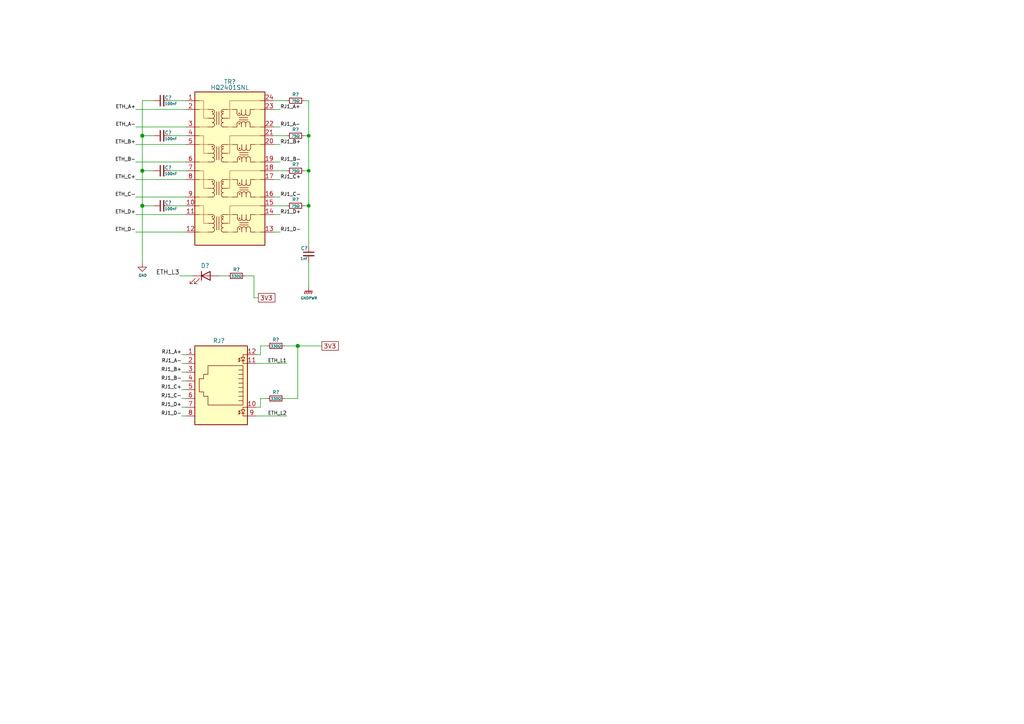
<source format=kicad_sch>
(kicad_sch (version 20210126) (generator eeschema)

  (paper "A4")

  (title_block
    (title "Pi-Fi - Ethernet")
    (date "2021-03-18")
    (rev "2")
    (company "(c) Dennis Kupec 2021")
    (comment 1 "Based on reference designs by Raspberry Pi Foundation")
  )

  (lib_symbols
    (symbol "Connector:RJ45_LED" (pin_names (offset 1.016)) (in_bom yes) (on_board yes)
      (property "Reference" "J" (id 0) (at -5.08 13.97 0)
        (effects (font (size 1.27 1.27)) (justify right))
      )
      (property "Value" "RJ45_LED" (id 1) (at 1.27 13.97 0)
        (effects (font (size 1.27 1.27)) (justify left))
      )
      (property "Footprint" "" (id 2) (at 0 0.635 90)
        (effects (font (size 1.27 1.27)) hide)
      )
      (property "Datasheet" "~" (id 3) (at 0 0.635 90)
        (effects (font (size 1.27 1.27)) hide)
      )
      (property "ki_keywords" "8P8C RJ female connector led" (id 4) (at 0 0 0)
        (effects (font (size 1.27 1.27)) hide)
      )
      (property "ki_description" "RJ connector, 8P8C (8 positions 8 connected), two LEDs" (id 5) (at 0 0 0)
        (effects (font (size 1.27 1.27)) hide)
      )
      (property "ki_fp_filters" "8P8C* RJ45*" (id 6) (at 0 0 0)
        (effects (font (size 1.27 1.27)) hide)
      )
      (symbol "RJ45_LED_0_1"
        (rectangle (start 7.62 12.7) (end -7.62 -10.16)
          (stroke (width 0.254)) (fill (type background))
        )
        (polyline
          (pts
            (xy -7.62 -7.62)
            (xy -6.35 -7.62)
          )
          (stroke (width 0)) (fill (type none))
        )
        (polyline
          (pts
            (xy -7.62 -5.08)
            (xy -6.35 -5.08)
          )
          (stroke (width 0)) (fill (type none))
        )
        (polyline
          (pts
            (xy -7.62 7.62)
            (xy -6.35 7.62)
          )
          (stroke (width 0)) (fill (type none))
        )
        (polyline
          (pts
            (xy -7.62 10.16)
            (xy -6.35 10.16)
          )
          (stroke (width 0)) (fill (type none))
        )
        (polyline
          (pts
            (xy -6.858 -5.842)
            (xy -5.842 -5.842)
          )
          (stroke (width 0)) (fill (type none))
        )
        (polyline
          (pts
            (xy -6.858 9.398)
            (xy -5.842 9.398)
          )
          (stroke (width 0)) (fill (type none))
        )
        (polyline
          (pts
            (xy -6.35 -7.62)
            (xy -6.35 -6.858)
          )
          (stroke (width 0)) (fill (type none))
        )
        (polyline
          (pts
            (xy -6.35 -5.08)
            (xy -6.35 -5.842)
          )
          (stroke (width 0)) (fill (type none))
        )
        (polyline
          (pts
            (xy -6.35 7.62)
            (xy -6.35 8.382)
          )
          (stroke (width 0)) (fill (type none))
        )
        (polyline
          (pts
            (xy -6.35 10.16)
            (xy -6.35 9.398)
          )
          (stroke (width 0)) (fill (type none))
        )
        (polyline
          (pts
            (xy -5.08 -6.223)
            (xy -5.207 -6.604)
          )
          (stroke (width 0)) (fill (type none))
        )
        (polyline
          (pts
            (xy -5.08 -5.588)
            (xy -5.207 -5.969)
          )
          (stroke (width 0)) (fill (type none))
        )
        (polyline
          (pts
            (xy -5.08 4.445)
            (xy -6.35 4.445)
          )
          (stroke (width 0)) (fill (type none))
        )
        (polyline
          (pts
            (xy -5.08 5.715)
            (xy -6.35 5.715)
          )
          (stroke (width 0)) (fill (type none))
        )
        (polyline
          (pts
            (xy -5.08 9.017)
            (xy -5.207 8.636)
          )
          (stroke (width 0)) (fill (type none))
        )
        (polyline
          (pts
            (xy -5.08 9.652)
            (xy -5.207 9.271)
          )
          (stroke (width 0)) (fill (type none))
        )
        (polyline
          (pts
            (xy -6.35 -3.175)
            (xy -5.08 -3.175)
            (xy -5.08 -3.175)
          )
          (stroke (width 0)) (fill (type none))
        )
        (polyline
          (pts
            (xy -6.35 -1.905)
            (xy -5.08 -1.905)
            (xy -5.08 -1.905)
          )
          (stroke (width 0)) (fill (type none))
        )
        (polyline
          (pts
            (xy -6.35 -0.635)
            (xy -5.08 -0.635)
            (xy -5.08 -0.635)
          )
          (stroke (width 0)) (fill (type none))
        )
        (polyline
          (pts
            (xy -6.35 0.635)
            (xy -5.08 0.635)
            (xy -5.08 0.635)
          )
          (stroke (width 0)) (fill (type none))
        )
        (polyline
          (pts
            (xy -6.35 1.905)
            (xy -5.08 1.905)
            (xy -5.08 1.905)
          )
          (stroke (width 0)) (fill (type none))
        )
        (polyline
          (pts
            (xy -5.588 -6.731)
            (xy -5.08 -6.223)
            (xy -5.461 -6.35)
          )
          (stroke (width 0)) (fill (type none))
        )
        (polyline
          (pts
            (xy -5.588 -6.096)
            (xy -5.08 -5.588)
            (xy -5.461 -5.715)
          )
          (stroke (width 0)) (fill (type none))
        )
        (polyline
          (pts
            (xy -5.588 8.509)
            (xy -5.08 9.017)
            (xy -5.461 8.89)
          )
          (stroke (width 0)) (fill (type none))
        )
        (polyline
          (pts
            (xy -5.588 9.144)
            (xy -5.08 9.652)
            (xy -5.461 9.525)
          )
          (stroke (width 0)) (fill (type none))
        )
        (polyline
          (pts
            (xy -5.08 3.175)
            (xy -6.35 3.175)
            (xy -6.35 3.175)
          )
          (stroke (width 0)) (fill (type none))
        )
        (polyline
          (pts
            (xy -6.35 -5.842)
            (xy -6.858 -6.858)
            (xy -5.842 -6.858)
            (xy -6.35 -5.842)
          )
          (stroke (width 0)) (fill (type none))
        )
        (polyline
          (pts
            (xy -6.35 9.398)
            (xy -6.858 8.382)
            (xy -5.842 8.382)
            (xy -6.35 9.398)
          )
          (stroke (width 0)) (fill (type none))
        )
        (polyline
          (pts
            (xy -6.35 -4.445)
            (xy -6.35 6.985)
            (xy 3.81 6.985)
            (xy 3.81 4.445)
            (xy 5.08 4.445)
            (xy 5.08 3.175)
            (xy 6.35 3.175)
            (xy 6.35 -0.635)
            (xy 5.08 -0.635)
            (xy 5.08 -1.905)
            (xy 3.81 -1.905)
            (xy 3.81 -4.445)
            (xy -6.35 -4.445)
            (xy -6.35 -4.445)
          )
          (stroke (width 0)) (fill (type none))
        )
      )
      (symbol "RJ45_LED_1_1"
        (pin passive line (at 10.16 -7.62 180) (length 2.54)
          (name "~" (effects (font (size 1.27 1.27))))
          (number "1" (effects (font (size 1.27 1.27))))
        )
        (pin passive line (at -10.16 7.62 0) (length 2.54)
          (name "~" (effects (font (size 1.27 1.27))))
          (number "10" (effects (font (size 1.27 1.27))))
        )
        (pin passive line (at -10.16 -5.08 0) (length 2.54)
          (name "~" (effects (font (size 1.27 1.27))))
          (number "11" (effects (font (size 1.27 1.27))))
        )
        (pin passive line (at -10.16 -7.62 0) (length 2.54)
          (name "~" (effects (font (size 1.27 1.27))))
          (number "12" (effects (font (size 1.27 1.27))))
        )
        (pin passive line (at 10.16 -5.08 180) (length 2.54)
          (name "~" (effects (font (size 1.27 1.27))))
          (number "2" (effects (font (size 1.27 1.27))))
        )
        (pin passive line (at 10.16 -2.54 180) (length 2.54)
          (name "~" (effects (font (size 1.27 1.27))))
          (number "3" (effects (font (size 1.27 1.27))))
        )
        (pin passive line (at 10.16 0 180) (length 2.54)
          (name "~" (effects (font (size 1.27 1.27))))
          (number "4" (effects (font (size 1.27 1.27))))
        )
        (pin passive line (at 10.16 2.54 180) (length 2.54)
          (name "~" (effects (font (size 1.27 1.27))))
          (number "5" (effects (font (size 1.27 1.27))))
        )
        (pin passive line (at 10.16 5.08 180) (length 2.54)
          (name "~" (effects (font (size 1.27 1.27))))
          (number "6" (effects (font (size 1.27 1.27))))
        )
        (pin passive line (at 10.16 7.62 180) (length 2.54)
          (name "~" (effects (font (size 1.27 1.27))))
          (number "7" (effects (font (size 1.27 1.27))))
        )
        (pin passive line (at 10.16 10.16 180) (length 2.54)
          (name "~" (effects (font (size 1.27 1.27))))
          (number "8" (effects (font (size 1.27 1.27))))
        )
        (pin passive line (at -10.16 10.16 0) (length 2.54)
          (name "~" (effects (font (size 1.27 1.27))))
          (number "9" (effects (font (size 1.27 1.27))))
        )
      )
    )
    (symbol "CustomSymbols:HQ2401SNL_1" (pin_names hide) (in_bom yes) (on_board yes)
      (property "Reference" "TR" (id 0) (at -8.89 26.67 0)
        (effects (font (size 1.27 1.27)))
      )
      (property "Value" "HQ2401SNL" (id 1) (at 5.08 26.67 0)
        (effects (font (size 1.27 1.27)))
      )
      (property "Footprint" "Transformer_SMD:Transformer_Ethernet_HALO_TG111-MSC13" (id 2) (at 0 -21.59 0)
        (effects (font (size 1.27 1.27)) hide)
      )
      (property "Datasheet" "" (id 3) (at -2.54 -19.05 0)
        (effects (font (size 1.27 1.27)) hide)
      )
      (property "ki_keywords" "Single Port Gigabit Ethernet Transformer" (id 4) (at 0 0 0)
        (effects (font (size 1.27 1.27)) hide)
      )
      (property "ki_description" "Single Port Gigabit Ethernet Transformers" (id 5) (at 0 0 0)
        (effects (font (size 1.27 1.27)) hide)
      )
      (property "ki_fp_filters" "Transformer*Ethernet*HALO*TG111*" (id 6) (at 0 0 0)
        (effects (font (size 1.27 1.27)) hide)
      )
      (symbol "HQ2401SNL_1_0_1"
        (rectangle (start -10.16 25.4) (end 10.16 -19.05)
          (stroke (width 0.254)) (fill (type background))
        )
        (polyline
          (pts
            (xy -10.16 15.24)
            (xy -8.89 15.24)
          )
          (stroke (width 0)) (fill (type none))
        )
        (polyline
          (pts
            (xy -10.16 20.32)
            (xy -8.89 20.32)
          )
          (stroke (width 0)) (fill (type none))
        )
        (polyline
          (pts
            (xy -10.16 22.86)
            (xy -8.89 22.86)
          )
          (stroke (width 0)) (fill (type none))
        )
        (polyline
          (pts
            (xy -8.89 -15.24)
            (xy -6.35 -15.24)
          )
          (stroke (width 0.0006)) (fill (type none))
        )
        (polyline
          (pts
            (xy -8.89 -10.16)
            (xy -6.35 -10.16)
          )
          (stroke (width 0.0006)) (fill (type none))
        )
        (polyline
          (pts
            (xy -8.89 -5.08)
            (xy -6.35 -5.08)
          )
          (stroke (width 0.0006)) (fill (type none))
        )
        (polyline
          (pts
            (xy -8.89 0)
            (xy -6.35 0)
          )
          (stroke (width 0.0006)) (fill (type none))
        )
        (polyline
          (pts
            (xy -8.89 10.16)
            (xy -6.35 10.16)
          )
          (stroke (width 0.0006)) (fill (type none))
        )
        (polyline
          (pts
            (xy -8.89 20.32)
            (xy -6.35 20.32)
          )
          (stroke (width 0.0006)) (fill (type none))
        )
        (polyline
          (pts
            (xy -6.35 5.08)
            (xy -8.89 5.08)
          )
          (stroke (width 0.0006)) (fill (type none))
        )
        (polyline
          (pts
            (xy -6.35 15.24)
            (xy -8.89 15.24)
          )
          (stroke (width 0.0006)) (fill (type none))
        )
        (polyline
          (pts
            (xy -0.762 -5.08)
            (xy 1.016 -5.08)
          )
          (stroke (width 0.0006)) (fill (type none))
        )
        (polyline
          (pts
            (xy -0.635 -15.24)
            (xy 0.889 -15.24)
          )
          (stroke (width 0.0006)) (fill (type none))
        )
        (polyline
          (pts
            (xy -0.635 -10.16)
            (xy 1.016 -10.16)
          )
          (stroke (width 0.0006)) (fill (type none))
        )
        (polyline
          (pts
            (xy -0.635 0)
            (xy 1.016 0)
          )
          (stroke (width 0.0006)) (fill (type none))
        )
        (polyline
          (pts
            (xy -0.635 5.08)
            (xy 0.889 5.08)
          )
          (stroke (width 0.0006)) (fill (type none))
        )
        (polyline
          (pts
            (xy -0.635 10.16)
            (xy 0.889 10.16)
          )
          (stroke (width 0.0006)) (fill (type none))
        )
        (polyline
          (pts
            (xy -0.635 15.24)
            (xy 0.762 15.24)
          )
          (stroke (width 0.0006)) (fill (type none))
        )
        (polyline
          (pts
            (xy -0.635 20.32)
            (xy 0.762 20.32)
          )
          (stroke (width 0.0006)) (fill (type none))
        )
        (polyline
          (pts
            (xy 7.112 15.24)
            (xy 8.89 15.24)
          )
          (stroke (width 0.0006)) (fill (type none))
        )
        (polyline
          (pts
            (xy 7.239 -15.24)
            (xy 9.017 -15.24)
          )
          (stroke (width 0.0006)) (fill (type none))
        )
        (polyline
          (pts
            (xy 7.239 -10.16)
            (xy 9.017 -10.16)
          )
          (stroke (width 0.0006)) (fill (type none))
        )
        (polyline
          (pts
            (xy 7.239 -5.08)
            (xy 8.89 -5.08)
          )
          (stroke (width 0.0006)) (fill (type none))
        )
        (polyline
          (pts
            (xy 7.239 5.08)
            (xy 8.89 5.08)
          )
          (stroke (width 0.0006)) (fill (type none))
        )
        (polyline
          (pts
            (xy 7.239 20.32)
            (xy 8.89 20.32)
          )
          (stroke (width 0.0006)) (fill (type none))
        )
        (polyline
          (pts
            (xy 7.366 0)
            (xy 9.017 0)
          )
          (stroke (width 0.0006)) (fill (type none))
        )
        (polyline
          (pts
            (xy 7.366 10.16)
            (xy 8.89 10.16)
          )
          (stroke (width 0.0006)) (fill (type none))
        )
        (polyline
          (pts
            (xy 8.89 -7.62)
            (xy 0 -7.62)
          )
          (stroke (width 0.0006)) (fill (type none))
        )
        (polyline
          (pts
            (xy -0.635 -12.7)
            (xy 0 -12.7)
            (xy 0 -7.62)
          )
          (stroke (width 0.0006)) (fill (type none))
        )
        (polyline
          (pts
            (xy -8.89 -7.62)
            (xy -7.62 -7.62)
            (xy -7.62 -12.7)
            (xy -6.35 -12.7)
          )
          (stroke (width 0.0006)) (fill (type none))
        )
        (polyline
          (pts
            (xy -8.89 2.54)
            (xy -7.62 2.54)
            (xy -7.62 -2.54)
            (xy -6.35 -2.54)
          )
          (stroke (width 0.0006)) (fill (type none))
        )
        (polyline
          (pts
            (xy -8.89 12.7)
            (xy -7.62 12.7)
            (xy -7.62 7.62)
            (xy -6.223 7.62)
          )
          (stroke (width 0.0006)) (fill (type none))
        )
        (polyline
          (pts
            (xy -8.89 22.86)
            (xy -7.62 22.86)
            (xy -7.62 17.78)
            (xy -6.223 17.78)
          )
          (stroke (width 0.0006)) (fill (type none))
        )
        (polyline
          (pts
            (xy -0.635 -2.54)
            (xy 0 -2.54)
            (xy 0 2.54)
            (xy 9.017 2.54)
          )
          (stroke (width 0.0006)) (fill (type none))
        )
        (polyline
          (pts
            (xy -0.635 7.62)
            (xy 0 7.62)
            (xy 0 12.7)
            (xy 8.89 12.7)
          )
          (stroke (width 0.0006)) (fill (type none))
        )
        (polyline
          (pts
            (xy -0.635 17.78)
            (xy 0 17.78)
            (xy 0 22.86)
            (xy 9.017 22.86)
          )
          (stroke (width 0.0006)) (fill (type none))
        )
        (pin passive line (at -12.7 22.86 0) (length 2.54)
          (name "TCT1" (effects (font (size 1.27 1.27))))
          (number "1" (effects (font (size 1.27 1.27))))
        )
        (pin passive line (at -12.7 -7.62 0) (length 2.54)
          (name "TCT4" (effects (font (size 1.27 1.27))))
          (number "10" (effects (font (size 1.27 1.27))))
        )
        (pin passive line (at -12.7 -10.16 0) (length 2.54)
          (name "TD4+" (effects (font (size 1.27 1.27))))
          (number "11" (effects (font (size 1.27 1.27))))
        )
        (pin passive line (at -12.7 -15.24 0) (length 2.54)
          (name "TD4-" (effects (font (size 1.27 1.27))))
          (number "12" (effects (font (size 1.27 1.27))))
        )
        (pin passive line (at 12.7 -15.24 180) (length 2.54)
          (name "MX4-" (effects (font (size 1.27 1.27))))
          (number "13" (effects (font (size 1.27 1.27))))
        )
        (pin passive line (at 12.7 -10.16 180) (length 2.54)
          (name "MX4+" (effects (font (size 1.27 1.27))))
          (number "14" (effects (font (size 1.27 1.27))))
        )
        (pin passive line (at 12.7 -7.62 180) (length 2.54)
          (name "MCT4" (effects (font (size 1.27 1.27))))
          (number "15" (effects (font (size 1.27 1.27))))
        )
        (pin passive line (at 12.7 -5.08 180) (length 2.54)
          (name "MTX3-" (effects (font (size 1.27 1.27))))
          (number "16" (effects (font (size 1.27 1.27))))
        )
        (pin passive line (at 12.7 0 180) (length 2.54)
          (name "MTX3+" (effects (font (size 1.27 1.27))))
          (number "17" (effects (font (size 1.27 1.27))))
        )
        (pin passive line (at 12.7 2.54 180) (length 2.54)
          (name "MCT3" (effects (font (size 1.27 1.27))))
          (number "18" (effects (font (size 1.27 1.27))))
        )
        (pin passive line (at 12.7 5.08 180) (length 2.54)
          (name "MTX2-" (effects (font (size 1.27 1.27))))
          (number "19" (effects (font (size 1.27 1.27))))
        )
        (pin passive line (at -12.7 20.32 0) (length 2.54)
          (name "TD1+" (effects (font (size 1.27 1.27))))
          (number "2" (effects (font (size 1.27 1.27))))
        )
        (pin passive line (at 12.7 10.16 180) (length 2.54)
          (name "MTX2+" (effects (font (size 1.27 1.27))))
          (number "20" (effects (font (size 1.27 1.27))))
        )
        (pin passive line (at 12.7 12.7 180) (length 2.54)
          (name "MCT2" (effects (font (size 1.27 1.27))))
          (number "21" (effects (font (size 1.27 1.27))))
        )
        (pin passive line (at 12.7 15.24 180) (length 2.54)
          (name "MTX1-" (effects (font (size 1.27 1.27))))
          (number "22" (effects (font (size 1.27 1.27))))
        )
        (pin passive line (at 12.7 20.32 180) (length 2.54)
          (name "MTX1+" (effects (font (size 1.27 1.27))))
          (number "23" (effects (font (size 1.27 1.27))))
        )
        (pin passive line (at 12.7 22.86 180) (length 2.54)
          (name "MTC1" (effects (font (size 1.27 1.27))))
          (number "24" (effects (font (size 1.27 1.27))))
        )
        (pin passive line (at -12.7 15.24 0) (length 2.54)
          (name "TD1-" (effects (font (size 1.27 1.27))))
          (number "3" (effects (font (size 1.27 1.27))))
        )
        (pin passive line (at -12.7 12.7 0) (length 2.54)
          (name "TCT2" (effects (font (size 1.27 1.27))))
          (number "4" (effects (font (size 1.27 1.27))))
        )
        (pin passive line (at -12.7 10.16 0) (length 2.54)
          (name "TD2+" (effects (font (size 1.27 1.27))))
          (number "5" (effects (font (size 1.27 1.27))))
        )
        (pin passive line (at -12.7 5.08 0) (length 2.54)
          (name "TD2-" (effects (font (size 1.27 1.27))))
          (number "6" (effects (font (size 1.27 1.27))))
        )
        (pin passive line (at -12.7 2.54 0) (length 2.54)
          (name "TCT3" (effects (font (size 1.27 1.27))))
          (number "7" (effects (font (size 1.27 1.27))))
        )
        (pin passive line (at -12.7 0 0) (length 2.54)
          (name "TD3+" (effects (font (size 1.27 1.27))))
          (number "8" (effects (font (size 1.27 1.27))))
        )
        (pin passive line (at -12.7 -5.08 0) (length 2.54)
          (name "TD3-" (effects (font (size 1.27 1.27))))
          (number "9" (effects (font (size 1.27 1.27))))
        )
      )
      (symbol "HQ2401SNL_1_1_1"
        (arc (start -5.08 -15.24) (end -5.08 -13.97) (radius (at -5.08 -14.605) (length 0.635) (angles -89.9 89.9))
          (stroke (width 0)) (fill (type none))
        )
        (arc (start -5.08 -13.97) (end -5.08 -12.7) (radius (at -5.08 -13.335) (length 0.635) (angles -89.9 89.9))
          (stroke (width 0)) (fill (type none))
        )
        (arc (start -5.08 -12.7) (end -5.08 -11.43) (radius (at -5.08 -12.065) (length 0.635) (angles -89.9 89.9))
          (stroke (width 0)) (fill (type none))
        )
        (arc (start -5.08 -11.43) (end -5.08 -10.16) (radius (at -5.08 -10.795) (length 0.635) (angles -89.9 89.9))
          (stroke (width 0)) (fill (type none))
        )
        (arc (start -5.08 -5.08) (end -5.08 -3.81) (radius (at -5.08 -4.445) (length 0.635) (angles -89.9 89.9))
          (stroke (width 0)) (fill (type none))
        )
        (arc (start -5.08 -3.81) (end -5.08 -2.54) (radius (at -5.08 -3.175) (length 0.635) (angles -89.9 89.9))
          (stroke (width 0)) (fill (type none))
        )
        (arc (start -5.08 -2.54) (end -5.08 -1.27) (radius (at -5.08 -1.905) (length 0.635) (angles -89.9 89.9))
          (stroke (width 0)) (fill (type none))
        )
        (arc (start -5.08 -1.27) (end -5.08 0) (radius (at -5.08 -0.635) (length 0.635) (angles -89.9 89.9))
          (stroke (width 0)) (fill (type none))
        )
        (arc (start -5.08 5.08) (end -5.08 6.35) (radius (at -5.08 5.715) (length 0.635) (angles -89.9 89.9))
          (stroke (width 0)) (fill (type none))
        )
        (arc (start -5.08 6.35) (end -5.08 7.62) (radius (at -5.08 6.985) (length 0.635) (angles -89.9 89.9))
          (stroke (width 0)) (fill (type none))
        )
        (arc (start -5.08 7.62) (end -5.08 8.89) (radius (at -5.08 8.255) (length 0.635) (angles -89.9 89.9))
          (stroke (width 0)) (fill (type none))
        )
        (arc (start -5.08 8.89) (end -5.08 10.16) (radius (at -5.08 9.525) (length 0.635) (angles -89.9 89.9))
          (stroke (width 0)) (fill (type none))
        )
        (arc (start -5.08 15.24) (end -5.08 16.51) (radius (at -5.08 15.875) (length 0.635) (angles -89.9 89.9))
          (stroke (width 0)) (fill (type none))
        )
        (arc (start -5.08 16.51) (end -5.08 17.78) (radius (at -5.08 17.145) (length 0.635) (angles -89.9 89.9))
          (stroke (width 0)) (fill (type none))
        )
        (arc (start -5.08 17.78) (end -5.08 19.05) (radius (at -5.08 18.415) (length 0.635) (angles -89.9 89.9))
          (stroke (width 0)) (fill (type none))
        )
        (arc (start -5.08 19.05) (end -5.08 20.32) (radius (at -5.08 19.685) (length 0.635) (angles -89.9 89.9))
          (stroke (width 0)) (fill (type none))
        )
        (arc (start -1.905 -13.97) (end -1.905 -15.24) (radius (at -1.905 -14.605) (length 0.635) (angles 90.1 -90.1))
          (stroke (width 0)) (fill (type none))
        )
        (arc (start -1.905 -12.7) (end -1.905 -13.97) (radius (at -1.905 -13.335) (length 0.635) (angles 90.1 -90.1))
          (stroke (width 0)) (fill (type none))
        )
        (arc (start -1.905 -11.43) (end -1.905 -12.7) (radius (at -1.905 -12.065) (length 0.635) (angles 90.1 -90.1))
          (stroke (width 0)) (fill (type none))
        )
        (arc (start -1.905 -10.16) (end -1.905 -11.43) (radius (at -1.905 -10.795) (length 0.635) (angles 90.1 -90.1))
          (stroke (width 0)) (fill (type none))
        )
        (arc (start -1.905 -3.81) (end -1.905 -5.08) (radius (at -1.905 -4.445) (length 0.635) (angles 90.1 -90.1))
          (stroke (width 0)) (fill (type none))
        )
        (arc (start -1.905 -2.54) (end -1.905 -3.81) (radius (at -1.905 -3.175) (length 0.635) (angles 90.1 -90.1))
          (stroke (width 0)) (fill (type none))
        )
        (arc (start -1.905 -1.27) (end -1.905 -2.54) (radius (at -1.905 -1.905) (length 0.635) (angles 90.1 -90.1))
          (stroke (width 0)) (fill (type none))
        )
        (arc (start -1.905 0) (end -1.905 -1.27) (radius (at -1.905 -0.635) (length 0.635) (angles 90.1 -90.1))
          (stroke (width 0)) (fill (type none))
        )
        (arc (start -1.905 6.35) (end -1.905 5.08) (radius (at -1.905 5.715) (length 0.635) (angles 90.1 -90.1))
          (stroke (width 0)) (fill (type none))
        )
        (arc (start -1.905 7.62) (end -1.905 6.35) (radius (at -1.905 6.985) (length 0.635) (angles 90.1 -90.1))
          (stroke (width 0)) (fill (type none))
        )
        (arc (start -1.905 8.89) (end -1.905 7.62) (radius (at -1.905 8.255) (length 0.635) (angles 90.1 -90.1))
          (stroke (width 0)) (fill (type none))
        )
        (arc (start -1.905 10.16) (end -1.905 8.89) (radius (at -1.905 9.525) (length 0.635) (angles 90.1 -90.1))
          (stroke (width 0)) (fill (type none))
        )
        (arc (start -1.905 16.51) (end -1.905 15.24) (radius (at -1.905 15.875) (length 0.635) (angles 90.1 -90.1))
          (stroke (width 0)) (fill (type none))
        )
        (arc (start -1.905 17.78) (end -1.905 16.51) (radius (at -1.905 17.145) (length 0.635) (angles 90.1 -90.1))
          (stroke (width 0)) (fill (type none))
        )
        (arc (start -1.905 19.05) (end -1.905 17.78) (radius (at -1.905 18.415) (length 0.635) (angles 90.1 -90.1))
          (stroke (width 0)) (fill (type none))
        )
        (arc (start -1.905 20.32) (end -1.905 19.05) (radius (at -1.905 19.685) (length 0.635) (angles 90.1 -90.1))
          (stroke (width 0)) (fill (type none))
        )
        (arc (start 3.3274 16.1544) (end 2.0574 16.1544) (radius (at 2.6924 16.1544) (length 0.635) (angles 0.1 179.9))
          (stroke (width 0)) (fill (type none))
        )
        (arc (start 2.0574 19.2024) (end 3.3274 19.2024) (radius (at 2.6924 19.2024) (length 0.635) (angles -179.9 -0.1))
          (stroke (width 0)) (fill (type none))
        )
        (arc (start 3.4544 -14.3256) (end 2.1844 -14.3256) (radius (at 2.8194 -14.3256) (length 0.635) (angles 0.1 179.9))
          (stroke (width 0)) (fill (type none))
        )
        (arc (start 2.1844 -11.2776) (end 3.4544 -11.2776) (radius (at 2.8194 -11.2776) (length 0.635) (angles -179.9 -0.1))
          (stroke (width 0)) (fill (type none))
        )
        (arc (start 3.4544 -4.1656) (end 2.1844 -4.1656) (radius (at 2.8194 -4.1656) (length 0.635) (angles 0.1 179.9))
          (stroke (width 0)) (fill (type none))
        )
        (arc (start 2.1844 -1.1176) (end 3.4544 -1.1176) (radius (at 2.8194 -1.1176) (length 0.635) (angles -179.9 -0.1))
          (stroke (width 0)) (fill (type none))
        )
        (arc (start 3.4544 5.9944) (end 2.1844 5.9944) (radius (at 2.8194 5.9944) (length 0.635) (angles 0.1 179.9))
          (stroke (width 0)) (fill (type none))
        )
        (arc (start 2.1844 9.0424) (end 3.4544 9.0424) (radius (at 2.8194 9.0424) (length 0.635) (angles -179.9 -0.1))
          (stroke (width 0)) (fill (type none))
        )
        (arc (start 4.5974 16.1544) (end 3.3274 16.1544) (radius (at 3.9624 16.1544) (length 0.635) (angles 0.1 179.9))
          (stroke (width 0)) (fill (type none))
        )
        (arc (start 3.3274 19.2024) (end 4.5974 19.2024) (radius (at 3.9624 19.2024) (length 0.635) (angles -179.9 -0.1))
          (stroke (width 0)) (fill (type none))
        )
        (arc (start 4.7244 -14.3256) (end 3.4544 -14.3256) (radius (at 4.0894 -14.3256) (length 0.635) (angles 0.1 179.9))
          (stroke (width 0)) (fill (type none))
        )
        (arc (start 3.4544 -11.2776) (end 4.7244 -11.2776) (radius (at 4.0894 -11.2776) (length 0.635) (angles -179.9 -0.1))
          (stroke (width 0)) (fill (type none))
        )
        (arc (start 4.7244 -4.1656) (end 3.4544 -4.1656) (radius (at 4.0894 -4.1656) (length 0.635) (angles 0.1 179.9))
          (stroke (width 0)) (fill (type none))
        )
        (arc (start 3.4544 -1.1176) (end 4.7244 -1.1176) (radius (at 4.0894 -1.1176) (length 0.635) (angles -179.9 -0.1))
          (stroke (width 0)) (fill (type none))
        )
        (arc (start 4.7244 5.9944) (end 3.4544 5.9944) (radius (at 4.0894 5.9944) (length 0.635) (angles 0.1 179.9))
          (stroke (width 0)) (fill (type none))
        )
        (arc (start 3.4544 9.0424) (end 4.7244 9.0424) (radius (at 4.0894 9.0424) (length 0.635) (angles -179.9 -0.1))
          (stroke (width 0)) (fill (type none))
        )
        (arc (start 5.8674 16.1544) (end 4.5974 16.1544) (radius (at 5.2324 16.1544) (length 0.635) (angles 0.1 179.9))
          (stroke (width 0)) (fill (type none))
        )
        (arc (start 4.5974 19.2024) (end 5.8674 19.2024) (radius (at 5.2324 19.2024) (length 0.635) (angles -179.9 -0.1))
          (stroke (width 0)) (fill (type none))
        )
        (arc (start 5.9944 -14.3256) (end 4.7244 -14.3256) (radius (at 5.3594 -14.3256) (length 0.635) (angles 0.1 179.9))
          (stroke (width 0)) (fill (type none))
        )
        (arc (start 4.7244 -11.2776) (end 5.9944 -11.2776) (radius (at 5.3594 -11.2776) (length 0.635) (angles -179.9 -0.1))
          (stroke (width 0)) (fill (type none))
        )
        (arc (start 5.9944 -4.1656) (end 4.7244 -4.1656) (radius (at 5.3594 -4.1656) (length 0.635) (angles 0.1 179.9))
          (stroke (width 0)) (fill (type none))
        )
        (arc (start 4.7244 -1.1176) (end 5.9944 -1.1176) (radius (at 5.3594 -1.1176) (length 0.635) (angles -179.9 -0.1))
          (stroke (width 0)) (fill (type none))
        )
        (arc (start 5.9944 5.9944) (end 4.7244 5.9944) (radius (at 5.3594 5.9944) (length 0.635) (angles 0.1 179.9))
          (stroke (width 0)) (fill (type none))
        )
        (arc (start 4.7244 9.0424) (end 5.9944 9.0424) (radius (at 5.3594 9.0424) (length 0.635) (angles -179.9 -0.1))
          (stroke (width 0)) (fill (type none))
        )
        (circle (center -5.08 -10.795) (radius 0.127) (stroke (width 0)) (fill (type none)))
        (circle (center -5.08 -0.635) (radius 0.127) (stroke (width 0)) (fill (type none)))
        (circle (center -5.08 9.525) (radius 0.127) (stroke (width 0)) (fill (type none)))
        (circle (center -5.08 19.685) (radius 0.127) (stroke (width 0)) (fill (type none)))
        (circle (center -2.032 -10.795) (radius 0.127) (stroke (width 0)) (fill (type none)))
        (circle (center -2.032 -0.635) (radius 0.127) (stroke (width 0)) (fill (type none)))
        (circle (center -2.032 9.525) (radius 0.127) (stroke (width 0)) (fill (type none)))
        (circle (center -2.032 19.685) (radius 0.127) (stroke (width 0)) (fill (type none)))
        (circle (center 2.6924 16.1544) (radius 0.127) (stroke (width 0)) (fill (type none)))
        (circle (center 2.6924 19.177) (radius 0.127) (stroke (width 0)) (fill (type none)))
        (circle (center 2.8194 -14.3256) (radius 0.127) (stroke (width 0)) (fill (type none)))
        (circle (center 2.8194 -11.303) (radius 0.127) (stroke (width 0)) (fill (type none)))
        (circle (center 2.8194 -4.1656) (radius 0.127) (stroke (width 0)) (fill (type none)))
        (circle (center 2.8194 -1.143) (radius 0.127) (stroke (width 0)) (fill (type none)))
        (circle (center 2.8194 5.9944) (radius 0.127) (stroke (width 0)) (fill (type none)))
        (circle (center 2.8194 9.017) (radius 0.127) (stroke (width 0)) (fill (type none)))
        (polyline
          (pts
            (xy -10.16 -15.24)
            (xy -8.89 -15.24)
          )
          (stroke (width 0)) (fill (type none))
        )
        (polyline
          (pts
            (xy -10.16 -10.16)
            (xy -8.89 -10.16)
          )
          (stroke (width 0)) (fill (type none))
        )
        (polyline
          (pts
            (xy -10.16 -7.62)
            (xy -8.89 -7.62)
          )
          (stroke (width 0)) (fill (type none))
        )
        (polyline
          (pts
            (xy -10.16 -5.08)
            (xy -8.89 -5.08)
          )
          (stroke (width 0)) (fill (type none))
        )
        (polyline
          (pts
            (xy -10.16 0)
            (xy -8.89 0)
          )
          (stroke (width 0)) (fill (type none))
        )
        (polyline
          (pts
            (xy -10.16 2.54)
            (xy -8.89 2.54)
          )
          (stroke (width 0)) (fill (type none))
        )
        (polyline
          (pts
            (xy -10.16 5.08)
            (xy -8.89 5.08)
          )
          (stroke (width 0)) (fill (type none))
        )
        (polyline
          (pts
            (xy -10.16 10.16)
            (xy -8.89 10.16)
          )
          (stroke (width 0)) (fill (type none))
        )
        (polyline
          (pts
            (xy -10.16 12.7)
            (xy -8.89 12.7)
          )
          (stroke (width 0)) (fill (type none))
        )
        (polyline
          (pts
            (xy -6.35 -15.24)
            (xy -5.08 -15.24)
          )
          (stroke (width 0)) (fill (type none))
        )
        (polyline
          (pts
            (xy -6.35 -12.7)
            (xy -5.08 -12.7)
          )
          (stroke (width 0)) (fill (type none))
        )
        (polyline
          (pts
            (xy -6.35 -10.16)
            (xy -5.08 -10.16)
          )
          (stroke (width 0)) (fill (type none))
        )
        (polyline
          (pts
            (xy -6.35 -5.08)
            (xy -5.08 -5.08)
          )
          (stroke (width 0)) (fill (type none))
        )
        (polyline
          (pts
            (xy -6.35 -2.54)
            (xy -5.08 -2.54)
          )
          (stroke (width 0)) (fill (type none))
        )
        (polyline
          (pts
            (xy -6.35 0)
            (xy -5.08 0)
          )
          (stroke (width 0)) (fill (type none))
        )
        (polyline
          (pts
            (xy -6.35 5.08)
            (xy -5.08 5.08)
          )
          (stroke (width 0)) (fill (type none))
        )
        (polyline
          (pts
            (xy -6.35 7.62)
            (xy -5.08 7.62)
          )
          (stroke (width 0)) (fill (type none))
        )
        (polyline
          (pts
            (xy -6.35 10.16)
            (xy -5.08 10.16)
          )
          (stroke (width 0)) (fill (type none))
        )
        (polyline
          (pts
            (xy -6.35 15.24)
            (xy -5.08 15.24)
          )
          (stroke (width 0)) (fill (type none))
        )
        (polyline
          (pts
            (xy -6.35 17.78)
            (xy -5.08 17.78)
          )
          (stroke (width 0)) (fill (type none))
        )
        (polyline
          (pts
            (xy -6.35 20.32)
            (xy -5.08 20.32)
          )
          (stroke (width 0)) (fill (type none))
        )
        (polyline
          (pts
            (xy -3.81 -14.605)
            (xy -3.81 -10.795)
          )
          (stroke (width 0)) (fill (type none))
        )
        (polyline
          (pts
            (xy -3.81 -4.445)
            (xy -3.81 -0.635)
          )
          (stroke (width 0)) (fill (type none))
        )
        (polyline
          (pts
            (xy -3.81 5.715)
            (xy -3.81 9.525)
          )
          (stroke (width 0)) (fill (type none))
        )
        (polyline
          (pts
            (xy -3.81 15.875)
            (xy -3.81 19.685)
          )
          (stroke (width 0)) (fill (type none))
        )
        (polyline
          (pts
            (xy -3.175 -14.605)
            (xy -3.175 -10.795)
          )
          (stroke (width 0)) (fill (type none))
        )
        (polyline
          (pts
            (xy -3.175 -4.445)
            (xy -3.175 -0.635)
          )
          (stroke (width 0)) (fill (type none))
        )
        (polyline
          (pts
            (xy -3.175 5.715)
            (xy -3.175 9.525)
          )
          (stroke (width 0)) (fill (type none))
        )
        (polyline
          (pts
            (xy -3.175 15.875)
            (xy -3.175 19.685)
          )
          (stroke (width 0)) (fill (type none))
        )
        (polyline
          (pts
            (xy -1.905 -15.24)
            (xy -0.635 -15.24)
          )
          (stroke (width 0)) (fill (type none))
        )
        (polyline
          (pts
            (xy -1.905 -12.7)
            (xy -0.635 -12.7)
          )
          (stroke (width 0)) (fill (type none))
        )
        (polyline
          (pts
            (xy -1.905 -5.08)
            (xy -0.635 -5.08)
          )
          (stroke (width 0)) (fill (type none))
        )
        (polyline
          (pts
            (xy -1.905 -2.54)
            (xy -0.635 -2.54)
          )
          (stroke (width 0)) (fill (type none))
        )
        (polyline
          (pts
            (xy -1.905 5.08)
            (xy -0.635 5.08)
          )
          (stroke (width 0)) (fill (type none))
        )
        (polyline
          (pts
            (xy -1.905 7.62)
            (xy -0.635 7.62)
          )
          (stroke (width 0)) (fill (type none))
        )
        (polyline
          (pts
            (xy -1.905 15.24)
            (xy -0.635 15.24)
          )
          (stroke (width 0)) (fill (type none))
        )
        (polyline
          (pts
            (xy -1.905 17.78)
            (xy -0.635 17.78)
          )
          (stroke (width 0)) (fill (type none))
        )
        (polyline
          (pts
            (xy -1.8796 -10.16)
            (xy -0.6096 -10.16)
          )
          (stroke (width 0)) (fill (type none))
        )
        (polyline
          (pts
            (xy -1.8796 0)
            (xy -0.6096 0)
          )
          (stroke (width 0)) (fill (type none))
        )
        (polyline
          (pts
            (xy -1.8796 10.16)
            (xy -0.6096 10.16)
          )
          (stroke (width 0)) (fill (type none))
        )
        (polyline
          (pts
            (xy -1.8796 20.32)
            (xy -0.6096 20.32)
          )
          (stroke (width 0)) (fill (type none))
        )
        (polyline
          (pts
            (xy 0.762 15.24)
            (xy 2.032 15.24)
          )
          (stroke (width 0)) (fill (type none))
        )
        (polyline
          (pts
            (xy 0.762 20.32)
            (xy 2.032 20.32)
          )
          (stroke (width 0)) (fill (type none))
        )
        (polyline
          (pts
            (xy 0.889 -15.24)
            (xy 2.159 -15.24)
          )
          (stroke (width 0)) (fill (type none))
        )
        (polyline
          (pts
            (xy 0.889 -10.16)
            (xy 2.159 -10.16)
          )
          (stroke (width 0)) (fill (type none))
        )
        (polyline
          (pts
            (xy 0.889 -5.08)
            (xy 2.159 -5.08)
          )
          (stroke (width 0)) (fill (type none))
        )
        (polyline
          (pts
            (xy 0.889 0)
            (xy 2.159 0)
          )
          (stroke (width 0)) (fill (type none))
        )
        (polyline
          (pts
            (xy 0.889 5.08)
            (xy 2.159 5.08)
          )
          (stroke (width 0)) (fill (type none))
        )
        (polyline
          (pts
            (xy 0.889 10.16)
            (xy 2.159 10.16)
          )
          (stroke (width 0)) (fill (type none))
        )
        (polyline
          (pts
            (xy 2.0574 15.24)
            (xy 2.0574 16.129)
          )
          (stroke (width 0)) (fill (type none))
        )
        (polyline
          (pts
            (xy 2.0574 19.2024)
            (xy 2.0574 20.2946)
          )
          (stroke (width 0)) (fill (type none))
        )
        (polyline
          (pts
            (xy 2.1844 -15.24)
            (xy 2.1844 -14.351)
          )
          (stroke (width 0)) (fill (type none))
        )
        (polyline
          (pts
            (xy 2.1844 -11.2776)
            (xy 2.1844 -10.1854)
          )
          (stroke (width 0)) (fill (type none))
        )
        (polyline
          (pts
            (xy 2.1844 -5.08)
            (xy 2.1844 -4.191)
          )
          (stroke (width 0)) (fill (type none))
        )
        (polyline
          (pts
            (xy 2.1844 -1.1176)
            (xy 2.1844 -0.0254)
          )
          (stroke (width 0)) (fill (type none))
        )
        (polyline
          (pts
            (xy 2.1844 5.08)
            (xy 2.1844 5.969)
          )
          (stroke (width 0)) (fill (type none))
        )
        (polyline
          (pts
            (xy 2.1844 9.0424)
            (xy 2.1844 10.1346)
          )
          (stroke (width 0)) (fill (type none))
        )
        (polyline
          (pts
            (xy 3.3274 15.24)
            (xy 3.3274 16.129)
          )
          (stroke (width 0)) (fill (type none))
        )
        (polyline
          (pts
            (xy 3.3274 19.2024)
            (xy 3.3274 20.32)
          )
          (stroke (width 0)) (fill (type none))
        )
        (polyline
          (pts
            (xy 3.4544 -15.24)
            (xy 3.4544 -14.351)
          )
          (stroke (width 0)) (fill (type none))
        )
        (polyline
          (pts
            (xy 3.4544 -11.2776)
            (xy 3.4544 -10.16)
          )
          (stroke (width 0)) (fill (type none))
        )
        (polyline
          (pts
            (xy 3.4544 -5.08)
            (xy 3.4544 -4.191)
          )
          (stroke (width 0)) (fill (type none))
        )
        (polyline
          (pts
            (xy 3.4544 -1.1176)
            (xy 3.4544 0)
          )
          (stroke (width 0)) (fill (type none))
        )
        (polyline
          (pts
            (xy 3.4544 5.08)
            (xy 3.4544 5.969)
          )
          (stroke (width 0)) (fill (type none))
        )
        (polyline
          (pts
            (xy 3.4544 9.0424)
            (xy 3.4544 10.16)
          )
          (stroke (width 0)) (fill (type none))
        )
        (polyline
          (pts
            (xy 4.5974 15.24)
            (xy 4.5974 16.129)
          )
          (stroke (width 0)) (fill (type none))
        )
        (polyline
          (pts
            (xy 4.5974 19.2024)
            (xy 4.5974 20.32)
          )
          (stroke (width 0)) (fill (type none))
        )
        (polyline
          (pts
            (xy 4.7244 -15.24)
            (xy 4.7244 -14.351)
          )
          (stroke (width 0)) (fill (type none))
        )
        (polyline
          (pts
            (xy 4.7244 -11.2776)
            (xy 4.7244 -10.16)
          )
          (stroke (width 0)) (fill (type none))
        )
        (polyline
          (pts
            (xy 4.7244 -5.08)
            (xy 4.7244 -4.191)
          )
          (stroke (width 0)) (fill (type none))
        )
        (polyline
          (pts
            (xy 4.7244 -1.1176)
            (xy 4.7244 0)
          )
          (stroke (width 0)) (fill (type none))
        )
        (polyline
          (pts
            (xy 4.7244 5.08)
            (xy 4.7244 5.969)
          )
          (stroke (width 0)) (fill (type none))
        )
        (polyline
          (pts
            (xy 4.7244 9.0424)
            (xy 4.7244 10.16)
          )
          (stroke (width 0)) (fill (type none))
        )
        (polyline
          (pts
            (xy 5.2324 17.2974)
            (xy 2.6924 17.2974)
          )
          (stroke (width 0)) (fill (type none))
        )
        (polyline
          (pts
            (xy 5.2324 17.9324)
            (xy 2.6924 17.9324)
          )
          (stroke (width 0)) (fill (type none))
        )
        (polyline
          (pts
            (xy 5.3594 -13.1826)
            (xy 2.8194 -13.1826)
          )
          (stroke (width 0)) (fill (type none))
        )
        (polyline
          (pts
            (xy 5.3594 -12.5476)
            (xy 2.8194 -12.5476)
          )
          (stroke (width 0)) (fill (type none))
        )
        (polyline
          (pts
            (xy 5.3594 -3.0226)
            (xy 2.8194 -3.0226)
          )
          (stroke (width 0)) (fill (type none))
        )
        (polyline
          (pts
            (xy 5.3594 -2.3876)
            (xy 2.8194 -2.3876)
          )
          (stroke (width 0)) (fill (type none))
        )
        (polyline
          (pts
            (xy 5.3594 7.1374)
            (xy 2.8194 7.1374)
          )
          (stroke (width 0)) (fill (type none))
        )
        (polyline
          (pts
            (xy 5.3594 7.7724)
            (xy 2.8194 7.7724)
          )
          (stroke (width 0)) (fill (type none))
        )
        (polyline
          (pts
            (xy 5.8674 15.24)
            (xy 5.8674 16.129)
          )
          (stroke (width 0)) (fill (type none))
        )
        (polyline
          (pts
            (xy 5.8674 19.2024)
            (xy 5.8674 20.32)
          )
          (stroke (width 0)) (fill (type none))
        )
        (polyline
          (pts
            (xy 5.8928 15.24)
            (xy 7.1628 15.24)
          )
          (stroke (width 0)) (fill (type none))
        )
        (polyline
          (pts
            (xy 5.8928 20.32)
            (xy 7.1628 20.32)
          )
          (stroke (width 0)) (fill (type none))
        )
        (polyline
          (pts
            (xy 5.9944 -15.24)
            (xy 5.9944 -14.351)
          )
          (stroke (width 0)) (fill (type none))
        )
        (polyline
          (pts
            (xy 5.9944 -11.2776)
            (xy 5.9944 -10.16)
          )
          (stroke (width 0)) (fill (type none))
        )
        (polyline
          (pts
            (xy 5.9944 -5.08)
            (xy 5.9944 -4.191)
          )
          (stroke (width 0)) (fill (type none))
        )
        (polyline
          (pts
            (xy 5.9944 -1.1176)
            (xy 5.9944 0)
          )
          (stroke (width 0)) (fill (type none))
        )
        (polyline
          (pts
            (xy 5.9944 5.08)
            (xy 5.9944 5.969)
          )
          (stroke (width 0)) (fill (type none))
        )
        (polyline
          (pts
            (xy 5.9944 9.0424)
            (xy 5.9944 10.16)
          )
          (stroke (width 0)) (fill (type none))
        )
        (polyline
          (pts
            (xy 6.0198 -15.24)
            (xy 7.2898 -15.24)
          )
          (stroke (width 0)) (fill (type none))
        )
        (polyline
          (pts
            (xy 6.0198 -10.16)
            (xy 7.2898 -10.16)
          )
          (stroke (width 0)) (fill (type none))
        )
        (polyline
          (pts
            (xy 6.0198 -5.08)
            (xy 7.2898 -5.08)
          )
          (stroke (width 0)) (fill (type none))
        )
        (polyline
          (pts
            (xy 6.0198 0)
            (xy 7.2898 0)
          )
          (stroke (width 0)) (fill (type none))
        )
        (polyline
          (pts
            (xy 6.0198 5.08)
            (xy 7.2898 5.08)
          )
          (stroke (width 0)) (fill (type none))
        )
        (polyline
          (pts
            (xy 6.0198 10.16)
            (xy 7.2898 10.16)
          )
          (stroke (width 0)) (fill (type none))
        )
        (polyline
          (pts
            (xy 10.16 -15.24)
            (xy 8.89 -15.24)
          )
          (stroke (width 0)) (fill (type none))
        )
        (polyline
          (pts
            (xy 10.16 -10.16)
            (xy 8.89 -10.16)
          )
          (stroke (width 0)) (fill (type none))
        )
        (polyline
          (pts
            (xy 10.16 -7.62)
            (xy 8.89 -7.62)
          )
          (stroke (width 0)) (fill (type none))
        )
        (polyline
          (pts
            (xy 10.16 -5.08)
            (xy 8.89 -5.08)
          )
          (stroke (width 0)) (fill (type none))
        )
        (polyline
          (pts
            (xy 10.16 0)
            (xy 8.89 0)
          )
          (stroke (width 0)) (fill (type none))
        )
        (polyline
          (pts
            (xy 10.16 2.54)
            (xy 8.89 2.54)
          )
          (stroke (width 0)) (fill (type none))
        )
        (polyline
          (pts
            (xy 10.16 5.08)
            (xy 8.89 5.08)
          )
          (stroke (width 0)) (fill (type none))
        )
        (polyline
          (pts
            (xy 10.16 10.16)
            (xy 8.89 10.16)
          )
          (stroke (width 0)) (fill (type none))
        )
        (polyline
          (pts
            (xy 10.16 12.7)
            (xy 8.89 12.7)
          )
          (stroke (width 0)) (fill (type none))
        )
        (polyline
          (pts
            (xy 10.16 15.24)
            (xy 8.89 15.24)
          )
          (stroke (width 0)) (fill (type none))
        )
        (polyline
          (pts
            (xy 10.16 20.32)
            (xy 8.89 20.32)
          )
          (stroke (width 0)) (fill (type none))
        )
        (polyline
          (pts
            (xy 10.16 22.86)
            (xy 8.89 22.86)
          )
          (stroke (width 0)) (fill (type none))
        )
      )
    )
    (symbol "Device:C_Small" (pin_numbers hide) (pin_names (offset 0.254) hide) (in_bom yes) (on_board yes)
      (property "Reference" "C" (id 0) (at 0.254 1.778 0)
        (effects (font (size 1.27 1.27)) (justify left))
      )
      (property "Value" "C_Small" (id 1) (at 0.254 -2.032 0)
        (effects (font (size 1.27 1.27)) (justify left))
      )
      (property "Footprint" "" (id 2) (at 0 0 0)
        (effects (font (size 1.27 1.27)) hide)
      )
      (property "Datasheet" "~" (id 3) (at 0 0 0)
        (effects (font (size 1.27 1.27)) hide)
      )
      (property "ki_keywords" "capacitor cap" (id 4) (at 0 0 0)
        (effects (font (size 1.27 1.27)) hide)
      )
      (property "ki_description" "Unpolarized capacitor, small symbol" (id 5) (at 0 0 0)
        (effects (font (size 1.27 1.27)) hide)
      )
      (property "ki_fp_filters" "C_*" (id 6) (at 0 0 0)
        (effects (font (size 1.27 1.27)) hide)
      )
      (symbol "C_Small_0_1"
        (polyline
          (pts
            (xy -1.524 -0.508)
            (xy 1.524 -0.508)
          )
          (stroke (width 0.3302)) (fill (type none))
        )
        (polyline
          (pts
            (xy -1.524 0.508)
            (xy 1.524 0.508)
          )
          (stroke (width 0.3048)) (fill (type none))
        )
      )
      (symbol "C_Small_1_1"
        (pin passive line (at 0 2.54 270) (length 2.032)
          (name "~" (effects (font (size 1.27 1.27))))
          (number "1" (effects (font (size 1.27 1.27))))
        )
        (pin passive line (at 0 -2.54 90) (length 2.032)
          (name "~" (effects (font (size 1.27 1.27))))
          (number "2" (effects (font (size 1.27 1.27))))
        )
      )
    )
    (symbol "Device:LED" (pin_numbers hide) (pin_names (offset 1.016) hide) (in_bom yes) (on_board yes)
      (property "Reference" "D" (id 0) (at 0 2.54 0)
        (effects (font (size 1.27 1.27)))
      )
      (property "Value" "LED" (id 1) (at 0 -2.54 0)
        (effects (font (size 1.27 1.27)))
      )
      (property "Footprint" "" (id 2) (at 0 0 0)
        (effects (font (size 1.27 1.27)) hide)
      )
      (property "Datasheet" "~" (id 3) (at 0 0 0)
        (effects (font (size 1.27 1.27)) hide)
      )
      (property "ki_keywords" "LED diode" (id 4) (at 0 0 0)
        (effects (font (size 1.27 1.27)) hide)
      )
      (property "ki_description" "Light emitting diode" (id 5) (at 0 0 0)
        (effects (font (size 1.27 1.27)) hide)
      )
      (property "ki_fp_filters" "LED* LED_SMD:* LED_THT:*" (id 6) (at 0 0 0)
        (effects (font (size 1.27 1.27)) hide)
      )
      (symbol "LED_0_1"
        (polyline
          (pts
            (xy -1.27 -1.27)
            (xy -1.27 1.27)
          )
          (stroke (width 0.254)) (fill (type none))
        )
        (polyline
          (pts
            (xy -1.27 0)
            (xy 1.27 0)
          )
          (stroke (width 0)) (fill (type none))
        )
        (polyline
          (pts
            (xy 1.27 -1.27)
            (xy 1.27 1.27)
            (xy -1.27 0)
            (xy 1.27 -1.27)
          )
          (stroke (width 0.254)) (fill (type none))
        )
        (polyline
          (pts
            (xy -3.048 -0.762)
            (xy -4.572 -2.286)
            (xy -3.81 -2.286)
            (xy -4.572 -2.286)
            (xy -4.572 -1.524)
          )
          (stroke (width 0)) (fill (type none))
        )
        (polyline
          (pts
            (xy -1.778 -0.762)
            (xy -3.302 -2.286)
            (xy -2.54 -2.286)
            (xy -3.302 -2.286)
            (xy -3.302 -1.524)
          )
          (stroke (width 0)) (fill (type none))
        )
      )
      (symbol "LED_1_1"
        (pin passive line (at -3.81 0 0) (length 2.54)
          (name "K" (effects (font (size 1.27 1.27))))
          (number "1" (effects (font (size 1.27 1.27))))
        )
        (pin passive line (at 3.81 0 180) (length 2.54)
          (name "A" (effects (font (size 1.27 1.27))))
          (number "2" (effects (font (size 1.27 1.27))))
        )
      )
    )
    (symbol "Device:R_Small" (pin_numbers hide) (pin_names (offset 0.254) hide) (in_bom yes) (on_board yes)
      (property "Reference" "R" (id 0) (at 0.762 0.508 0)
        (effects (font (size 1.27 1.27)) (justify left))
      )
      (property "Value" "R_Small" (id 1) (at 0.762 -1.016 0)
        (effects (font (size 1.27 1.27)) (justify left))
      )
      (property "Footprint" "" (id 2) (at 0 0 0)
        (effects (font (size 1.27 1.27)) hide)
      )
      (property "Datasheet" "~" (id 3) (at 0 0 0)
        (effects (font (size 1.27 1.27)) hide)
      )
      (property "ki_keywords" "R resistor" (id 4) (at 0 0 0)
        (effects (font (size 1.27 1.27)) hide)
      )
      (property "ki_description" "Resistor, small symbol" (id 5) (at 0 0 0)
        (effects (font (size 1.27 1.27)) hide)
      )
      (property "ki_fp_filters" "R_*" (id 6) (at 0 0 0)
        (effects (font (size 1.27 1.27)) hide)
      )
      (symbol "R_Small_0_1"
        (rectangle (start -0.762 1.778) (end 0.762 -1.778)
          (stroke (width 0.2032)) (fill (type none))
        )
      )
      (symbol "R_Small_1_1"
        (pin passive line (at 0 2.54 270) (length 0.762)
          (name "~" (effects (font (size 1.27 1.27))))
          (number "1" (effects (font (size 1.27 1.27))))
        )
        (pin passive line (at 0 -2.54 90) (length 0.762)
          (name "~" (effects (font (size 1.27 1.27))))
          (number "2" (effects (font (size 1.27 1.27))))
        )
      )
    )
    (symbol "power:GND" (power) (pin_names (offset 0)) (in_bom yes) (on_board yes)
      (property "Reference" "#PWR" (id 0) (at 0 -6.35 0)
        (effects (font (size 1.27 1.27)) hide)
      )
      (property "Value" "GND" (id 1) (at 0 -3.81 0)
        (effects (font (size 1.27 1.27)))
      )
      (property "Footprint" "" (id 2) (at 0 0 0)
        (effects (font (size 1.27 1.27)) hide)
      )
      (property "Datasheet" "" (id 3) (at 0 0 0)
        (effects (font (size 1.27 1.27)) hide)
      )
      (property "ki_keywords" "power-flag" (id 4) (at 0 0 0)
        (effects (font (size 1.27 1.27)) hide)
      )
      (property "ki_description" "Power symbol creates a global label with name \"GND\" , ground" (id 5) (at 0 0 0)
        (effects (font (size 1.27 1.27)) hide)
      )
      (symbol "GND_0_1"
        (polyline
          (pts
            (xy 0 0)
            (xy 0 -1.27)
            (xy 1.27 -1.27)
            (xy 0 -2.54)
            (xy -1.27 -1.27)
            (xy 0 -1.27)
          )
          (stroke (width 0)) (fill (type none))
        )
      )
      (symbol "GND_1_1"
        (pin power_in line (at 0 0 270) (length 0) hide
          (name "GND" (effects (font (size 1.27 1.27))))
          (number "1" (effects (font (size 1.27 1.27))))
        )
      )
    )
    (symbol "power:GNDPWR" (power) (pin_names (offset 0)) (in_bom yes) (on_board yes)
      (property "Reference" "#PWR" (id 0) (at 0 -5.08 0)
        (effects (font (size 1.27 1.27)) hide)
      )
      (property "Value" "GNDPWR" (id 1) (at 0 -3.302 0)
        (effects (font (size 1.27 1.27)))
      )
      (property "Footprint" "" (id 2) (at 0 -1.27 0)
        (effects (font (size 1.27 1.27)) hide)
      )
      (property "Datasheet" "" (id 3) (at 0 -1.27 0)
        (effects (font (size 1.27 1.27)) hide)
      )
      (property "ki_keywords" "power-flag" (id 4) (at 0 0 0)
        (effects (font (size 1.27 1.27)) hide)
      )
      (property "ki_description" "Power symbol creates a global label with name \"GNDPWR\" , power ground" (id 5) (at 0 0 0)
        (effects (font (size 1.27 1.27)) hide)
      )
      (symbol "GNDPWR_0_1"
        (polyline
          (pts
            (xy 0 -1.27)
            (xy 0 0)
          )
          (stroke (width 0)) (fill (type none))
        )
        (polyline
          (pts
            (xy -1.016 -1.27)
            (xy -1.27 -2.032)
            (xy -1.27 -2.032)
          )
          (stroke (width 0.2032)) (fill (type none))
        )
        (polyline
          (pts
            (xy -0.508 -1.27)
            (xy -0.762 -2.032)
            (xy -0.762 -2.032)
          )
          (stroke (width 0.2032)) (fill (type none))
        )
        (polyline
          (pts
            (xy 0 -1.27)
            (xy -0.254 -2.032)
            (xy -0.254 -2.032)
          )
          (stroke (width 0.2032)) (fill (type none))
        )
        (polyline
          (pts
            (xy 0.508 -1.27)
            (xy 0.254 -2.032)
            (xy 0.254 -2.032)
          )
          (stroke (width 0.2032)) (fill (type none))
        )
        (polyline
          (pts
            (xy 1.016 -1.27)
            (xy -1.016 -1.27)
            (xy -1.016 -1.27)
          )
          (stroke (width 0.2032)) (fill (type none))
        )
        (polyline
          (pts
            (xy 1.016 -1.27)
            (xy 0.762 -2.032)
            (xy 0.762 -2.032)
            (xy 0.762 -2.032)
          )
          (stroke (width 0.2032)) (fill (type none))
        )
      )
      (symbol "GNDPWR_1_1"
        (pin power_in line (at 0 0 270) (length 0) hide
          (name "GNDPWR" (effects (font (size 1.27 1.27))))
          (number "1" (effects (font (size 1.27 1.27))))
        )
      )
    )
  )

  (junction (at 41.275 39.37) (diameter 1.016) (color 0 0 0 0))
  (junction (at 41.275 49.53) (diameter 1.016) (color 0 0 0 0))
  (junction (at 41.275 59.69) (diameter 1.016) (color 0 0 0 0))
  (junction (at 86.36 100.33) (diameter 1.016) (color 0 0 0 0))
  (junction (at 89.535 39.37) (diameter 0.9144) (color 0 0 0 0))
  (junction (at 89.535 49.53) (diameter 0.9144) (color 0 0 0 0))
  (junction (at 89.535 59.69) (diameter 0.9144) (color 0 0 0 0))

  (wire (pts (xy 39.37 31.75) (xy 53.975 31.75))
    (stroke (width 0) (type solid) (color 0 0 0 0))
    (uuid ca9ea4a3-345b-41ed-8eec-71783d2c764d)
  )
  (wire (pts (xy 39.37 36.83) (xy 53.975 36.83))
    (stroke (width 0) (type solid) (color 0 0 0 0))
    (uuid d0b29ea6-acf5-4119-bd58-29d3dfe6cc83)
  )
  (wire (pts (xy 39.37 41.91) (xy 53.975 41.91))
    (stroke (width 0) (type solid) (color 0 0 0 0))
    (uuid e3aee36b-e7e2-48d7-9c47-076e4d287101)
  )
  (wire (pts (xy 39.37 46.99) (xy 53.975 46.99))
    (stroke (width 0) (type solid) (color 0 0 0 0))
    (uuid 763da640-cf48-495e-aba2-03cfcce73738)
  )
  (wire (pts (xy 39.37 52.07) (xy 53.975 52.07))
    (stroke (width 0) (type solid) (color 0 0 0 0))
    (uuid e14f33c0-de30-4ed4-b0b9-76abfc88bff8)
  )
  (wire (pts (xy 39.37 57.15) (xy 53.975 57.15))
    (stroke (width 0) (type solid) (color 0 0 0 0))
    (uuid b56d710f-d347-41b5-9e1b-b337d8c37fb0)
  )
  (wire (pts (xy 39.37 62.23) (xy 53.975 62.23))
    (stroke (width 0) (type solid) (color 0 0 0 0))
    (uuid ae6afb96-aa0f-4c99-8fc1-ce58a546ef0a)
  )
  (wire (pts (xy 39.37 67.31) (xy 53.975 67.31))
    (stroke (width 0) (type solid) (color 0 0 0 0))
    (uuid 6efd703c-9b72-40ba-ba2c-9dcc3deac169)
  )
  (wire (pts (xy 41.275 29.21) (xy 41.275 39.37))
    (stroke (width 0) (type solid) (color 0 0 0 0))
    (uuid ce3b49c9-85c7-4731-ae6c-0438856a9fad)
  )
  (wire (pts (xy 41.275 39.37) (xy 41.275 49.53))
    (stroke (width 0) (type solid) (color 0 0 0 0))
    (uuid 1a8d7778-3fa9-46d5-9e5f-d62fb9b2026a)
  )
  (wire (pts (xy 41.275 39.37) (xy 44.45 39.37))
    (stroke (width 0) (type solid) (color 0 0 0 0))
    (uuid 356b91e5-ff10-4e8d-af8a-16616b2b3ea5)
  )
  (wire (pts (xy 41.275 49.53) (xy 41.275 59.69))
    (stroke (width 0) (type solid) (color 0 0 0 0))
    (uuid c0844da2-4209-4e2f-a2e5-8a9f35d6c723)
  )
  (wire (pts (xy 41.275 49.53) (xy 44.45 49.53))
    (stroke (width 0) (type solid) (color 0 0 0 0))
    (uuid e3ef3af3-60fd-425a-9262-94ffaf3c247b)
  )
  (wire (pts (xy 41.275 59.69) (xy 41.275 76.2))
    (stroke (width 0) (type solid) (color 0 0 0 0))
    (uuid f8ff5450-7bb7-4f5b-b553-0ce1697ac0af)
  )
  (wire (pts (xy 41.275 59.69) (xy 44.45 59.69))
    (stroke (width 0) (type solid) (color 0 0 0 0))
    (uuid f6714d1d-9b07-4d9e-a9bd-48cdb90217c1)
  )
  (wire (pts (xy 44.45 29.21) (xy 41.275 29.21))
    (stroke (width 0) (type solid) (color 0 0 0 0))
    (uuid 422017e7-4caf-4f37-8032-9df56d4547d4)
  )
  (wire (pts (xy 49.53 29.21) (xy 53.975 29.21))
    (stroke (width 0) (type solid) (color 0 0 0 0))
    (uuid d94a9855-8769-4e15-aafb-7d66aae271fd)
  )
  (wire (pts (xy 49.53 39.37) (xy 53.975 39.37))
    (stroke (width 0) (type solid) (color 0 0 0 0))
    (uuid 32bf334e-b7bb-43a1-93ba-d13ad97d7f0e)
  )
  (wire (pts (xy 49.53 49.53) (xy 53.975 49.53))
    (stroke (width 0) (type solid) (color 0 0 0 0))
    (uuid e22dbbca-5d0e-472a-8fb1-2b4356e16535)
  )
  (wire (pts (xy 49.53 59.69) (xy 53.975 59.69))
    (stroke (width 0) (type solid) (color 0 0 0 0))
    (uuid 94f0bfe0-2e3c-4e21-b791-0c5a875d9cfc)
  )
  (wire (pts (xy 52.07 80.01) (xy 55.88 80.01))
    (stroke (width 0) (type solid) (color 0 0 0 0))
    (uuid f5f911da-97be-4068-99e7-3767e4b32545)
  )
  (wire (pts (xy 52.705 102.87) (xy 53.975 102.87))
    (stroke (width 0) (type solid) (color 0 0 0 0))
    (uuid 7ad91a8c-1b27-423d-9c36-bc94b50b0369)
  )
  (wire (pts (xy 52.705 105.41) (xy 53.975 105.41))
    (stroke (width 0) (type solid) (color 0 0 0 0))
    (uuid 165f7aa7-a9b9-4279-b15f-80f9ac03bd46)
  )
  (wire (pts (xy 52.705 107.95) (xy 53.975 107.95))
    (stroke (width 0) (type solid) (color 0 0 0 0))
    (uuid 70c8a9ef-d2e2-4df5-86dd-79d2722d119e)
  )
  (wire (pts (xy 52.705 110.49) (xy 53.975 110.49))
    (stroke (width 0) (type solid) (color 0 0 0 0))
    (uuid f043bc47-445f-4f31-a4eb-8831d328b0a8)
  )
  (wire (pts (xy 52.705 113.03) (xy 53.975 113.03))
    (stroke (width 0) (type solid) (color 0 0 0 0))
    (uuid 848cefb4-8617-414d-928e-6d0295111161)
  )
  (wire (pts (xy 52.705 115.57) (xy 53.975 115.57))
    (stroke (width 0) (type solid) (color 0 0 0 0))
    (uuid 1f33ade6-6581-4b8c-8c88-56acef8ed381)
  )
  (wire (pts (xy 52.705 118.11) (xy 53.975 118.11))
    (stroke (width 0) (type solid) (color 0 0 0 0))
    (uuid 653a633b-d895-403d-8f7d-f1ede147f0d3)
  )
  (wire (pts (xy 52.705 120.65) (xy 53.975 120.65))
    (stroke (width 0) (type solid) (color 0 0 0 0))
    (uuid e18eb93d-8bff-4b22-876e-944af66dcb2a)
  )
  (wire (pts (xy 63.5 80.01) (xy 66.04 80.01))
    (stroke (width 0) (type solid) (color 0 0 0 0))
    (uuid 366d8af3-08ac-439e-921c-3fb9f3c11235)
  )
  (wire (pts (xy 73.66 80.01) (xy 71.12 80.01))
    (stroke (width 0) (type solid) (color 0 0 0 0))
    (uuid 1115b4ad-069a-4539-a588-c54df3837af6)
  )
  (wire (pts (xy 73.66 86.36) (xy 73.66 80.01))
    (stroke (width 0) (type solid) (color 0 0 0 0))
    (uuid acae55e5-98df-46f1-8749-1a772dc1c09f)
  )
  (wire (pts (xy 74.295 102.87) (xy 75.565 102.87))
    (stroke (width 0) (type solid) (color 0 0 0 0))
    (uuid f0c779c3-54ea-41ca-b3f8-480ae3503f75)
  )
  (wire (pts (xy 74.295 105.41) (xy 83.185 105.41))
    (stroke (width 0) (type solid) (color 0 0 0 0))
    (uuid 93ae194b-64d0-4557-8ec2-0694c9e1a56b)
  )
  (wire (pts (xy 74.295 118.11) (xy 75.565 118.11))
    (stroke (width 0) (type solid) (color 0 0 0 0))
    (uuid d0c436fc-8833-425e-945e-c38981bc4325)
  )
  (wire (pts (xy 74.295 120.65) (xy 83.185 120.65))
    (stroke (width 0) (type solid) (color 0 0 0 0))
    (uuid 42984d74-5399-4c38-9348-fe752058d0fd)
  )
  (wire (pts (xy 74.93 86.36) (xy 73.66 86.36))
    (stroke (width 0) (type solid) (color 0 0 0 0))
    (uuid e72e5e5c-1ccb-4ef8-827b-49eee5d95c88)
  )
  (wire (pts (xy 75.565 100.33) (xy 77.47 100.33))
    (stroke (width 0) (type solid) (color 0 0 0 0))
    (uuid 4a6aae22-0229-4191-8abf-2168cec56e6e)
  )
  (wire (pts (xy 75.565 102.87) (xy 75.565 100.33))
    (stroke (width 0) (type solid) (color 0 0 0 0))
    (uuid 8b3be2ee-81de-45ca-9e19-b2af36d6de01)
  )
  (wire (pts (xy 75.565 115.57) (xy 77.47 115.57))
    (stroke (width 0) (type solid) (color 0 0 0 0))
    (uuid b1f5ec5e-6145-415f-be46-5cb119e7ebbe)
  )
  (wire (pts (xy 75.565 118.11) (xy 75.565 115.57))
    (stroke (width 0) (type solid) (color 0 0 0 0))
    (uuid 02077681-80a4-43d5-9b56-fbd60bb91cbf)
  )
  (wire (pts (xy 79.375 29.21) (xy 83.185 29.21))
    (stroke (width 0) (type solid) (color 0 0 0 0))
    (uuid 97f6a7e3-f276-4670-ab08-2dc33ab76a18)
  )
  (wire (pts (xy 79.375 31.75) (xy 81.28 31.75))
    (stroke (width 0) (type solid) (color 0 0 0 0))
    (uuid 4a858d5c-dfdf-44ef-a266-781290c60f85)
  )
  (wire (pts (xy 79.375 36.83) (xy 81.28 36.83))
    (stroke (width 0) (type solid) (color 0 0 0 0))
    (uuid 985cf611-d1e3-40db-a962-a25a6c393eda)
  )
  (wire (pts (xy 79.375 39.37) (xy 83.185 39.37))
    (stroke (width 0) (type solid) (color 0 0 0 0))
    (uuid 8557f931-a9dd-4a3c-a7f6-60116c225d38)
  )
  (wire (pts (xy 79.375 41.91) (xy 81.28 41.91))
    (stroke (width 0) (type solid) (color 0 0 0 0))
    (uuid f14d8356-1c88-4333-883d-1fa606b79902)
  )
  (wire (pts (xy 79.375 46.99) (xy 81.28 46.99))
    (stroke (width 0) (type solid) (color 0 0 0 0))
    (uuid e8880d90-9598-453d-94f9-9ed036967bef)
  )
  (wire (pts (xy 79.375 49.53) (xy 83.185 49.53))
    (stroke (width 0) (type solid) (color 0 0 0 0))
    (uuid 76e81eaa-3817-42c2-8764-e1fdc54d8349)
  )
  (wire (pts (xy 79.375 52.07) (xy 81.28 52.07))
    (stroke (width 0) (type solid) (color 0 0 0 0))
    (uuid a6cdbf5e-3659-4bf7-9b97-73d1d6daf49e)
  )
  (wire (pts (xy 79.375 57.15) (xy 81.28 57.15))
    (stroke (width 0) (type solid) (color 0 0 0 0))
    (uuid 642b5f84-bd0d-437e-b677-5c0b4cee64d5)
  )
  (wire (pts (xy 79.375 59.69) (xy 83.185 59.69))
    (stroke (width 0) (type solid) (color 0 0 0 0))
    (uuid b82d786c-9afd-48b7-bab8-4c084f784d3c)
  )
  (wire (pts (xy 79.375 62.23) (xy 81.28 62.23))
    (stroke (width 0) (type solid) (color 0 0 0 0))
    (uuid f0dec986-90a6-488a-aef4-2dbd4aa3e47c)
  )
  (wire (pts (xy 79.375 67.31) (xy 81.28 67.31))
    (stroke (width 0) (type solid) (color 0 0 0 0))
    (uuid d703d39e-9644-4567-9ee9-c05969e445fa)
  )
  (wire (pts (xy 82.55 100.33) (xy 86.36 100.33))
    (stroke (width 0) (type solid) (color 0 0 0 0))
    (uuid 5f511cda-1d6d-47f4-be7f-cfd854386eb9)
  )
  (wire (pts (xy 82.55 115.57) (xy 86.36 115.57))
    (stroke (width 0) (type solid) (color 0 0 0 0))
    (uuid 1e69c45d-71a7-4d56-bc7b-6a97b8488df2)
  )
  (wire (pts (xy 86.36 100.33) (xy 93.345 100.33))
    (stroke (width 0) (type solid) (color 0 0 0 0))
    (uuid c84e3575-a8a4-49bc-83cb-03037cb4a759)
  )
  (wire (pts (xy 86.36 115.57) (xy 86.36 100.33))
    (stroke (width 0) (type solid) (color 0 0 0 0))
    (uuid 9dc7b8e7-3ce7-4aa4-bf86-405100da035e)
  )
  (wire (pts (xy 88.265 29.21) (xy 89.535 29.21))
    (stroke (width 0) (type solid) (color 0 0 0 0))
    (uuid 46ff6a7b-4917-483c-9e57-9767f9fd3153)
  )
  (wire (pts (xy 88.265 39.37) (xy 89.535 39.37))
    (stroke (width 0) (type solid) (color 0 0 0 0))
    (uuid b8bd2de3-9d5f-4efc-ae80-821a341c6582)
  )
  (wire (pts (xy 88.265 49.53) (xy 89.535 49.53))
    (stroke (width 0) (type solid) (color 0 0 0 0))
    (uuid 6dcf510d-b4be-4acc-9ab2-8e4315199a5c)
  )
  (wire (pts (xy 89.535 29.21) (xy 89.535 39.37))
    (stroke (width 0) (type solid) (color 0 0 0 0))
    (uuid 526faf0d-1ed7-4b8c-a765-4e6a84582284)
  )
  (wire (pts (xy 89.535 39.37) (xy 89.535 49.53))
    (stroke (width 0) (type solid) (color 0 0 0 0))
    (uuid 96bd60df-0a92-4ba3-b5f9-9a651f7cbf4e)
  )
  (wire (pts (xy 89.535 49.53) (xy 89.535 59.69))
    (stroke (width 0) (type solid) (color 0 0 0 0))
    (uuid 1052e638-b2fd-4b28-84a6-7e31aeaf20fc)
  )
  (wire (pts (xy 89.535 59.69) (xy 88.265 59.69))
    (stroke (width 0) (type solid) (color 0 0 0 0))
    (uuid 65b600dc-eb04-471e-9200-0b4de55eaa7d)
  )
  (wire (pts (xy 89.535 71.12) (xy 89.535 59.69))
    (stroke (width 0) (type solid) (color 0 0 0 0))
    (uuid 4cce73a6-ba07-47ec-991b-383daa4de71e)
  )
  (wire (pts (xy 89.535 76.2) (xy 89.535 83.185))
    (stroke (width 0) (type solid) (color 0 0 0 0))
    (uuid 06e14af2-5ddf-4fb2-bad5-6beeb907aa10)
  )

  (label "ETH_A+" (at 39.37 31.75 180)
    (effects (font (size 1.016 1.016)) (justify right bottom))
    (uuid d019a38e-db19-44dc-bf06-9b7a7a2b5336)
  )
  (label "ETH_A-" (at 39.37 36.83 180)
    (effects (font (size 1.016 1.016)) (justify right bottom))
    (uuid 804738af-d55c-49cd-b727-3f7efc0e617b)
  )
  (label "ETH_B+" (at 39.37 41.91 180)
    (effects (font (size 1.016 1.016)) (justify right bottom))
    (uuid 24caaab4-d90e-4b7b-8998-3ad227cefb25)
  )
  (label "ETH_B-" (at 39.37 46.99 180)
    (effects (font (size 1.016 1.016)) (justify right bottom))
    (uuid abcbfa3e-2682-4e47-96de-5217de1d5bd3)
  )
  (label "ETH_C+" (at 39.37 52.07 180)
    (effects (font (size 1.016 1.016)) (justify right bottom))
    (uuid 3f5a4c67-8585-4259-ab85-0e381ca38e53)
  )
  (label "ETH_C-" (at 39.37 57.15 180)
    (effects (font (size 1.016 1.016)) (justify right bottom))
    (uuid 8208262d-02d2-449a-a305-f56d0962e0f0)
  )
  (label "ETH_D+" (at 39.37 62.23 180)
    (effects (font (size 1.016 1.016)) (justify right bottom))
    (uuid bb1ee2a1-ae62-4328-a209-33c02aba3f58)
  )
  (label "ETH_D-" (at 39.37 67.31 180)
    (effects (font (size 1.016 1.016)) (justify right bottom))
    (uuid 3815bcac-5e0e-4122-a72e-649b7909196f)
  )
  (label "ETH_L3" (at 52.07 80.01 180)
    (effects (font (size 1.27 1.27)) (justify right bottom))
    (uuid bd5aad0e-38b5-49eb-a69f-99558c70465e)
  )
  (label "RJ1_A+" (at 52.705 102.87 180)
    (effects (font (size 1.016 1.016)) (justify right bottom))
    (uuid f3c451c0-2ea3-4cd7-bf92-4278caf64c09)
  )
  (label "RJ1_A-" (at 52.705 105.41 180)
    (effects (font (size 1.016 1.016)) (justify right bottom))
    (uuid d338f719-ed61-4baa-9cfc-45408b7bb87b)
  )
  (label "RJ1_B+" (at 52.705 107.95 180)
    (effects (font (size 1.016 1.016)) (justify right bottom))
    (uuid ab6a4d6a-a10a-48a4-bf28-1a72e937f876)
  )
  (label "RJ1_B-" (at 52.705 110.49 180)
    (effects (font (size 1.016 1.016)) (justify right bottom))
    (uuid 80b2741a-3af5-40c1-8aa9-e20d92145f89)
  )
  (label "RJ1_C+" (at 52.705 113.03 180)
    (effects (font (size 1.016 1.016)) (justify right bottom))
    (uuid 8a47e0de-62ce-46af-89c2-7acbaacb55da)
  )
  (label "RJ1_C-" (at 52.705 115.57 180)
    (effects (font (size 1.016 1.016)) (justify right bottom))
    (uuid 38eb6645-d233-46f0-8f19-05ebaa33a849)
  )
  (label "RJ1_D+" (at 52.705 118.11 180)
    (effects (font (size 1.016 1.016)) (justify right bottom))
    (uuid f1621555-03a2-40ab-8566-e598543f79ae)
  )
  (label "RJ1_D-" (at 52.705 120.65 180)
    (effects (font (size 1.016 1.016)) (justify right bottom))
    (uuid 52622406-3d5a-4852-b78a-1af3fe3eee7d)
  )
  (label "RJ1_A+" (at 81.28 31.75 0)
    (effects (font (size 1.016 1.016)) (justify left bottom))
    (uuid 61a51df1-c98e-4a07-aecc-3e946446d5d0)
  )
  (label "RJ1_A-" (at 81.28 36.83 0)
    (effects (font (size 1.016 1.016)) (justify left bottom))
    (uuid 154e4e70-76b5-447c-b343-3fd8c1608e6a)
  )
  (label "RJ1_B+" (at 81.28 41.91 0)
    (effects (font (size 1.016 1.016)) (justify left bottom))
    (uuid 3aa358b3-e0a7-4900-9f92-d06e3c41e454)
  )
  (label "RJ1_B-" (at 81.28 46.99 0)
    (effects (font (size 1.016 1.016)) (justify left bottom))
    (uuid 2c1b2227-6340-4e38-a187-d87e3c522707)
  )
  (label "RJ1_C+" (at 81.28 52.07 0)
    (effects (font (size 1.016 1.016)) (justify left bottom))
    (uuid d3f61753-7c16-444b-91a1-2e70fc36ada2)
  )
  (label "RJ1_C-" (at 81.28 57.15 0)
    (effects (font (size 1.016 1.016)) (justify left bottom))
    (uuid d85d02c9-de3a-446f-9470-75b9d1e3e1c2)
  )
  (label "RJ1_D+" (at 81.28 62.23 0)
    (effects (font (size 1.016 1.016)) (justify left bottom))
    (uuid 3a5737fe-aed2-4fb1-95c4-bf6ff6b7bf94)
  )
  (label "RJ1_D-" (at 81.28 67.31 0)
    (effects (font (size 1.016 1.016)) (justify left bottom))
    (uuid 2fd07e23-4cff-469c-bb8a-23d34feb4ff0)
  )
  (label "ETH_L1" (at 83.185 105.41 180)
    (effects (font (size 1.016 1.016)) (justify right bottom))
    (uuid 66b037a7-68e7-43dc-ab4e-610bc1615d29)
  )
  (label "ETH_L2" (at 83.185 120.65 180)
    (effects (font (size 1.016 1.016)) (justify right bottom))
    (uuid 38ef5462-1d96-422a-9daf-9968205a2174)
  )

  (global_label "3V3" (shape passive) (at 74.93 86.36 0)
    (effects (font (size 1.27 1.27)) (justify left))
    (uuid 98463a60-0c30-406b-b88a-0de5f2062813)
    (property "Intersheet References" "${INTERSHEET_REFS}" (id 0) (at 82.3747 86.2806 0)
      (effects (font (size 1.27 1.27)) (justify left) hide)
    )
  )
  (global_label "3V3" (shape passive) (at 93.345 100.33 0)
    (effects (font (size 1.27 1.27)) (justify left))
    (uuid 442e2d83-ae64-45a4-9b7b-9ac914617d07)
    (property "Intersheet References" "${INTERSHEET_REFS}" (id 0) (at 100.7897 100.2506 0)
      (effects (font (size 1.27 1.27)) (justify left) hide)
    )
  )

  (symbol (lib_id "power:GNDPWR") (at 89.535 83.185 0) (unit 1)
    (in_bom yes) (on_board yes)
    (uuid 022eaa6b-43e7-4a39-8ee2-1e55eb3481a4)
    (property "Reference" "#PWR?" (id 0) (at 89.535 88.265 0)
      (effects (font (size 1.27 1.27)) hide)
    )
    (property "Value" "GNDPWR" (id 1) (at 89.5985 86.468 0)
      (effects (font (size 0.762 0.762)))
    )
    (property "Footprint" "" (id 2) (at 89.535 84.455 0)
      (effects (font (size 1.27 1.27)) hide)
    )
    (property "Datasheet" "" (id 3) (at 89.535 84.455 0)
      (effects (font (size 1.27 1.27)) hide)
    )
    (pin "1" (uuid 6fc9d6f9-600f-42cc-a172-c1272fe57742))
  )

  (symbol (lib_id "power:GND") (at 41.275 76.2 0) (unit 1)
    (in_bom yes) (on_board yes)
    (uuid 53f39c61-ded4-43bc-819f-33d90efd0e6a)
    (property "Reference" "#PWR?" (id 0) (at 41.275 82.55 0)
      (effects (font (size 1.27 1.27)) hide)
    )
    (property "Value" "GND" (id 1) (at 41.3893 79.8894 0)
      (effects (font (size 0.762 0.762)))
    )
    (property "Footprint" "" (id 2) (at 41.275 76.2 0)
      (effects (font (size 1.27 1.27)) hide)
    )
    (property "Datasheet" "" (id 3) (at 41.275 76.2 0)
      (effects (font (size 1.27 1.27)) hide)
    )
    (pin "1" (uuid 4039afb2-f300-4416-9e26-1c6070689099))
  )

  (symbol (lib_id "Device:R_Small") (at 68.58 80.01 90) (unit 1)
    (in_bom yes) (on_board yes)
    (uuid 6d0998da-9ea2-4fbf-97b6-dc95ab5afc26)
    (property "Reference" "R?" (id 0) (at 68.58 78.2382 90)
      (effects (font (size 1.016 1.016)))
    )
    (property "Value" "330Ω" (id 1) (at 68.5858 80.0874 90)
      (effects (font (size 0.762 0.762)))
    )
    (property "Footprint" "KiCad/Resistors_SMD.pretty:R_0805_HandSoldering" (id 2) (at 68.58 80.01 0)
      (effects (font (size 1.27 1.27)) hide)
    )
    (property "Datasheet" "~" (id 3) (at 68.58 80.01 0)
      (effects (font (size 1.27 1.27)) hide)
    )
    (pin "1" (uuid 67ba7c03-dd15-42b0-8f26-6e1007ebea2a))
    (pin "2" (uuid a90edc62-3434-4e74-a7dd-b9884d27e498))
  )

  (symbol (lib_id "Device:R_Small") (at 80.01 100.33 90) (unit 1)
    (in_bom yes) (on_board yes)
    (uuid 6c0c67db-db19-4eee-b205-2537cc15f7a3)
    (property "Reference" "R?" (id 0) (at 80.01 98.5582 90)
      (effects (font (size 1.016 1.016)))
    )
    (property "Value" "330Ω" (id 1) (at 80.0158 100.4074 90)
      (effects (font (size 0.762 0.762)))
    )
    (property "Footprint" "KiCad/Resistors_SMD.pretty:R_0805_HandSoldering" (id 2) (at 80.01 100.33 0)
      (effects (font (size 1.27 1.27)) hide)
    )
    (property "Datasheet" "~" (id 3) (at 80.01 100.33 0)
      (effects (font (size 1.27 1.27)) hide)
    )
    (pin "1" (uuid 67ba7c03-dd15-42b0-8f26-6e1007ebea2a))
    (pin "2" (uuid a90edc62-3434-4e74-a7dd-b9884d27e498))
  )

  (symbol (lib_id "Device:R_Small") (at 80.01 115.57 90) (unit 1)
    (in_bom yes) (on_board yes)
    (uuid c2b63c68-e7c3-44bc-897f-ca69a18f75b7)
    (property "Reference" "R?" (id 0) (at 80.01 113.7982 90)
      (effects (font (size 1.016 1.016)))
    )
    (property "Value" "330Ω" (id 1) (at 80.0158 115.6474 90)
      (effects (font (size 0.762 0.762)))
    )
    (property "Footprint" "KiCad/Resistors_SMD.pretty:R_0805_HandSoldering" (id 2) (at 80.01 115.57 0)
      (effects (font (size 1.27 1.27)) hide)
    )
    (property "Datasheet" "~" (id 3) (at 80.01 115.57 0)
      (effects (font (size 1.27 1.27)) hide)
    )
    (pin "1" (uuid 67ba7c03-dd15-42b0-8f26-6e1007ebea2a))
    (pin "2" (uuid a90edc62-3434-4e74-a7dd-b9884d27e498))
  )

  (symbol (lib_id "Device:R_Small") (at 85.725 29.21 90) (unit 1)
    (in_bom yes) (on_board yes)
    (uuid 4b9a8081-8473-411f-a4d3-e9ed1439f872)
    (property "Reference" "R?" (id 0) (at 85.725 27.4382 90)
      (effects (font (size 1.016 1.016)))
    )
    (property "Value" "75Ω" (id 1) (at 85.7308 29.2874 90)
      (effects (font (size 0.762 0.762)))
    )
    (property "Footprint" "KiCad/Resistors_SMD.pretty:R_0805_HandSoldering" (id 2) (at 85.725 29.21 0)
      (effects (font (size 1.27 1.27)) hide)
    )
    (property "Datasheet" "~" (id 3) (at 85.725 29.21 0)
      (effects (font (size 1.27 1.27)) hide)
    )
    (pin "1" (uuid 67ba7c03-dd15-42b0-8f26-6e1007ebea2a))
    (pin "2" (uuid a90edc62-3434-4e74-a7dd-b9884d27e498))
  )

  (symbol (lib_id "Device:R_Small") (at 85.725 39.37 90) (unit 1)
    (in_bom yes) (on_board yes)
    (uuid 100ebb22-0379-4bf7-b89c-2199568a849a)
    (property "Reference" "R?" (id 0) (at 85.725 37.5982 90)
      (effects (font (size 1.016 1.016)))
    )
    (property "Value" "75Ω" (id 1) (at 85.7308 39.4474 90)
      (effects (font (size 0.762 0.762)))
    )
    (property "Footprint" "KiCad/Resistors_SMD.pretty:R_0805_HandSoldering" (id 2) (at 85.725 39.37 0)
      (effects (font (size 1.27 1.27)) hide)
    )
    (property "Datasheet" "~" (id 3) (at 85.725 39.37 0)
      (effects (font (size 1.27 1.27)) hide)
    )
    (pin "1" (uuid 67ba7c03-dd15-42b0-8f26-6e1007ebea2a))
    (pin "2" (uuid a90edc62-3434-4e74-a7dd-b9884d27e498))
  )

  (symbol (lib_id "Device:R_Small") (at 85.725 49.53 90) (unit 1)
    (in_bom yes) (on_board yes)
    (uuid 2e2e03db-9167-431b-af60-b0448554d549)
    (property "Reference" "R?" (id 0) (at 85.725 47.7582 90)
      (effects (font (size 1.016 1.016)))
    )
    (property "Value" "75Ω" (id 1) (at 85.7308 49.6074 90)
      (effects (font (size 0.762 0.762)))
    )
    (property "Footprint" "KiCad/Resistors_SMD.pretty:R_0805_HandSoldering" (id 2) (at 85.725 49.53 0)
      (effects (font (size 1.27 1.27)) hide)
    )
    (property "Datasheet" "~" (id 3) (at 85.725 49.53 0)
      (effects (font (size 1.27 1.27)) hide)
    )
    (pin "1" (uuid 67ba7c03-dd15-42b0-8f26-6e1007ebea2a))
    (pin "2" (uuid a90edc62-3434-4e74-a7dd-b9884d27e498))
  )

  (symbol (lib_id "Device:R_Small") (at 85.725 59.69 90) (unit 1)
    (in_bom yes) (on_board yes)
    (uuid 7ce2481f-5952-4f67-a4c3-748b0c4d85d5)
    (property "Reference" "R?" (id 0) (at 85.725 57.9182 90)
      (effects (font (size 1.016 1.016)))
    )
    (property "Value" "75Ω" (id 1) (at 85.7308 59.7674 90)
      (effects (font (size 0.762 0.762)))
    )
    (property "Footprint" "KiCad/Resistors_SMD.pretty:R_0805_HandSoldering" (id 2) (at 85.725 59.69 0)
      (effects (font (size 1.27 1.27)) hide)
    )
    (property "Datasheet" "~" (id 3) (at 85.725 59.69 0)
      (effects (font (size 1.27 1.27)) hide)
    )
    (pin "1" (uuid 67ba7c03-dd15-42b0-8f26-6e1007ebea2a))
    (pin "2" (uuid a90edc62-3434-4e74-a7dd-b9884d27e498))
  )

  (symbol (lib_id "Device:C_Small") (at 46.99 29.21 90) (unit 1)
    (in_bom yes) (on_board yes)
    (uuid eea67c8d-8c26-478b-b567-481517c66b42)
    (property "Reference" "C?" (id 0) (at 48.7885 28.3365 90)
      (effects (font (size 1.016 1.016)))
    )
    (property "Value" "100nF" (id 1) (at 49.5935 30.0924 90)
      (effects (font (size 0.762 0.762)))
    )
    (property "Footprint" "KiCad/kicad-footprints/Capacitor_SMD.pretty:C_0805_2012Metric_Pad1.15x1.40mm_HandSolder" (id 2) (at 46.99 29.21 0)
      (effects (font (size 1.27 1.27)) hide)
    )
    (property "Datasheet" "~" (id 3) (at 46.99 29.21 0)
      (effects (font (size 1.27 1.27)) hide)
    )
    (pin "1" (uuid 8b495293-3a88-45a6-b4c0-72beec90ef5a))
    (pin "2" (uuid f1501ed5-c179-4496-9255-a1db527010c3))
  )

  (symbol (lib_id "Device:C_Small") (at 46.99 39.37 90) (unit 1)
    (in_bom yes) (on_board yes)
    (uuid acacdf4e-1d2b-4011-9bba-4ce8fa958bdf)
    (property "Reference" "C?" (id 0) (at 48.7885 38.4965 90)
      (effects (font (size 1.016 1.016)))
    )
    (property "Value" "100nF" (id 1) (at 49.5935 40.2524 90)
      (effects (font (size 0.762 0.762)))
    )
    (property "Footprint" "KiCad/kicad-footprints/Capacitor_SMD.pretty:C_0805_2012Metric_Pad1.15x1.40mm_HandSolder" (id 2) (at 46.99 39.37 0)
      (effects (font (size 1.27 1.27)) hide)
    )
    (property "Datasheet" "~" (id 3) (at 46.99 39.37 0)
      (effects (font (size 1.27 1.27)) hide)
    )
    (pin "1" (uuid 8b495293-3a88-45a6-b4c0-72beec90ef5a))
    (pin "2" (uuid f1501ed5-c179-4496-9255-a1db527010c3))
  )

  (symbol (lib_id "Device:C_Small") (at 46.99 49.53 90) (unit 1)
    (in_bom yes) (on_board yes)
    (uuid 80f54ae6-6d52-4418-bc3e-f7f2d5ac2139)
    (property "Reference" "C?" (id 0) (at 48.7885 48.6565 90)
      (effects (font (size 1.016 1.016)))
    )
    (property "Value" "100nF" (id 1) (at 49.5935 50.4124 90)
      (effects (font (size 0.762 0.762)))
    )
    (property "Footprint" "KiCad/kicad-footprints/Capacitor_SMD.pretty:C_0805_2012Metric_Pad1.15x1.40mm_HandSolder" (id 2) (at 46.99 49.53 0)
      (effects (font (size 1.27 1.27)) hide)
    )
    (property "Datasheet" "~" (id 3) (at 46.99 49.53 0)
      (effects (font (size 1.27 1.27)) hide)
    )
    (pin "1" (uuid 8b495293-3a88-45a6-b4c0-72beec90ef5a))
    (pin "2" (uuid f1501ed5-c179-4496-9255-a1db527010c3))
  )

  (symbol (lib_id "Device:C_Small") (at 46.99 59.69 90) (unit 1)
    (in_bom yes) (on_board yes)
    (uuid c95ec586-dbf5-4603-8310-9472f05bb27c)
    (property "Reference" "C?" (id 0) (at 48.7885 58.8165 90)
      (effects (font (size 1.016 1.016)))
    )
    (property "Value" "100nF" (id 1) (at 49.5935 60.5724 90)
      (effects (font (size 0.762 0.762)))
    )
    (property "Footprint" "KiCad/kicad-footprints/Capacitor_SMD.pretty:C_0805_2012Metric_Pad1.15x1.40mm_HandSolder" (id 2) (at 46.99 59.69 0)
      (effects (font (size 1.27 1.27)) hide)
    )
    (property "Datasheet" "~" (id 3) (at 46.99 59.69 0)
      (effects (font (size 1.27 1.27)) hide)
    )
    (pin "1" (uuid 8b495293-3a88-45a6-b4c0-72beec90ef5a))
    (pin "2" (uuid f1501ed5-c179-4496-9255-a1db527010c3))
  )

  (symbol (lib_id "Device:C_Small") (at 89.535 73.66 0) (unit 1)
    (in_bom yes) (on_board yes)
    (uuid 8061ea73-451b-47dd-b932-49b1a69fbfdb)
    (property "Reference" "C?" (id 0) (at 87.2304 72.0443 0)
      (effects (font (size 1.016 1.016)) (justify left))
    )
    (property "Value" "1nF" (id 1) (at 87.1112 75.0144 0)
      (effects (font (size 0.762 0.762)) (justify left))
    )
    (property "Footprint" "KiCad/Capacitors_SMD.pretty:C_0805_HandSoldering" (id 2) (at 89.535 73.66 0)
      (effects (font (size 1.27 1.27)) hide)
    )
    (property "Datasheet" "~" (id 3) (at 89.535 73.66 0)
      (effects (font (size 1.27 1.27)) hide)
    )
    (pin "1" (uuid 6b5232c2-0150-4129-98c4-a07050b30d68))
    (pin "2" (uuid 1433a1dc-8ffa-45b7-9d11-ae5f14fb78af))
  )

  (symbol (lib_id "Device:LED") (at 59.69 80.01 0) (unit 1)
    (in_bom yes) (on_board yes)
    (uuid dc11f91d-7e0f-4b6f-9e6a-86c8dce9733b)
    (property "Reference" "D?" (id 0) (at 59.4995 77.0698 0))
    (property "Value" "LED" (id 1) (at 59.4995 76.8285 0)
      (effects (font (size 1.27 1.27)) hide)
    )
    (property "Footprint" "KiCad/kicad-footprints/LED_SMD.pretty:LED_0805_2012Metric_Pad1.15x1.40mm_HandSolder" (id 2) (at 59.69 80.01 0)
      (effects (font (size 1.27 1.27)) hide)
    )
    (property "Datasheet" "~" (id 3) (at 59.69 80.01 0)
      (effects (font (size 1.27 1.27)) hide)
    )
    (pin "1" (uuid 5b979076-c612-488f-aeb9-83725b710bdf))
    (pin "2" (uuid de0957a4-016b-4243-87bf-3f71590278ec))
  )

  (symbol (lib_id "Connector:RJ45_LED") (at 64.135 110.49 180) (unit 1)
    (in_bom yes) (on_board yes)
    (uuid 2b1558b4-5d07-43a9-a5a1-13cacd3dcc61)
    (property "Reference" "RJ?" (id 0) (at 63.5 98.8252 0))
    (property "Value" "RJ45" (id 1) (at 64.135 125.1015 0)
      (effects (font (size 1.27 1.27)) hide)
    )
    (property "Footprint" "KiCad/kicad-footprints/Connector_RJ.pretty:RJ45_Amphenol_RJHSE538X" (id 2) (at 64.135 111.125 90)
      (effects (font (size 1.27 1.27)) hide)
    )
    (property "Datasheet" "~" (id 3) (at 64.135 111.125 90)
      (effects (font (size 1.27 1.27)) hide)
    )
    (pin "1" (uuid ae59a8d0-7970-4be1-b058-bc6d88e891f5))
    (pin "10" (uuid bf4140bc-d7bb-497f-8bd4-0f7de4f8ee40))
    (pin "11" (uuid 372daff5-2b67-4267-ab4d-59f23e8ba022))
    (pin "12" (uuid fc47677e-d16f-439a-bbba-734b4049c7a6))
    (pin "2" (uuid f706669d-088e-4f91-82fd-b6f1c417f19e))
    (pin "3" (uuid 6998670a-39fb-426a-aa8a-38d3f0493d51))
    (pin "4" (uuid d587543f-d1cd-4767-a923-52075ee8d8a0))
    (pin "5" (uuid 161c0518-1210-46dd-bd91-8f009c97c53e))
    (pin "6" (uuid 1a076889-7e34-4be7-b979-59c8305c405a))
    (pin "7" (uuid ae1c4b82-192b-4849-a7a0-2329f0a3732c))
    (pin "8" (uuid 34240364-ae32-48f4-9435-64325dde1e6d))
    (pin "9" (uuid f3e2ab0e-bdd7-4709-9166-b347019027cd))
  )

  (symbol (lib_name "CustomSymbols:HQ2401SNL_1") (lib_id "CustomSymbols:HQ2401SNL") (at 66.675 52.07 0) (unit 1)
    (in_bom yes) (on_board yes)
    (uuid 9833aeab-48e9-4401-87ef-73aacc3eabfc)
    (property "Reference" "TR?" (id 0) (at 66.675 23.7298 0))
    (property "Value" "HQ2401SNL" (id 1) (at 66.675 25.3935 0))
    (property "Footprint" "Custom Footprints:HQ2401SNL" (id 2) (at 66.675 73.66 0)
      (effects (font (size 1.27 1.27)) hide)
    )
    (property "Datasheet" "" (id 3) (at 64.135 71.12 0)
      (effects (font (size 1.27 1.27)) hide)
    )
    (pin "1" (uuid b8c01e4d-d9a7-4322-96e2-b909feb3b078))
    (pin "10" (uuid 13bbd64c-b478-40d9-91ba-143b8d7c1fb0))
    (pin "11" (uuid 19129d09-cdd0-42dd-a000-e200d7b8850c))
    (pin "12" (uuid 40910178-8099-498f-ad6a-eac67944cd18))
    (pin "13" (uuid 14043edc-4db4-45db-a7d0-30d691d1f8eb))
    (pin "14" (uuid 0cddc563-9de5-415b-8aa4-5bb0880d72eb))
    (pin "15" (uuid f0412d4f-c625-493a-a23d-ae7d635bceb3))
    (pin "16" (uuid ffaee3b0-75de-40e8-8199-978bb2ad75ed))
    (pin "17" (uuid e0d22083-5be9-44d2-a490-ac17c3fa611d))
    (pin "18" (uuid 8136be02-848a-498b-a8c7-6b84062a1341))
    (pin "19" (uuid 84fa7496-4167-47a9-a6f6-fc2f1efdc717))
    (pin "2" (uuid db4b13dd-fd73-42cb-921f-365465fe618e))
    (pin "20" (uuid e426c248-c05e-47b3-b0d6-124bb5517e33))
    (pin "21" (uuid 1aba5836-e383-4857-a9d2-51038678e95b))
    (pin "22" (uuid a6f68901-1bae-43b6-9015-6041a7995e1f))
    (pin "23" (uuid 9f5173eb-467e-4a9b-b263-c3599b48b187))
    (pin "24" (uuid 55a5c3d6-b942-4f93-8021-2fad498b25b9))
    (pin "3" (uuid 6bcba363-0cdd-47f6-9fb9-3f62b8fe49e3))
    (pin "4" (uuid 66f6b7e3-eac9-4e96-85ad-911ba5090fa7))
    (pin "5" (uuid 7ba2efb5-1cba-483e-b7b7-fcb841b242e9))
    (pin "6" (uuid 13734fcf-b4fe-4d82-8964-ecc71dbed0a1))
    (pin "7" (uuid 4a3d70d3-9661-4641-b294-51617a5a0d7f))
    (pin "8" (uuid 9b392b1e-f97b-48d3-b09c-a5d4a5632571))
    (pin "9" (uuid 2d6e7714-7747-4f6f-ba7e-bf27e2bfe3a5))
  )
)

</source>
